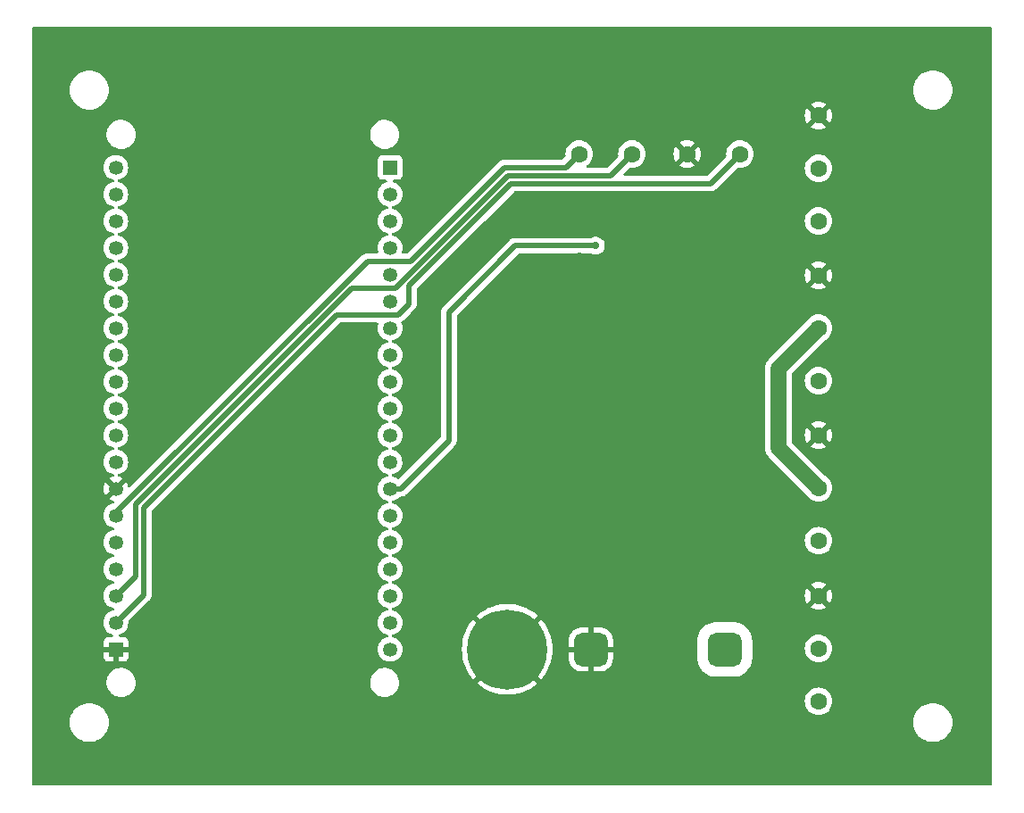
<source format=gbr>
%TF.GenerationSoftware,KiCad,Pcbnew,7.0.8*%
%TF.CreationDate,2023-11-13T13:57:56+01:00*%
%TF.ProjectId,sdi12-esphome,73646931-322d-4657-9370-686f6d652e6b,rev?*%
%TF.SameCoordinates,Original*%
%TF.FileFunction,Copper,L2,Bot*%
%TF.FilePolarity,Positive*%
%FSLAX46Y46*%
G04 Gerber Fmt 4.6, Leading zero omitted, Abs format (unit mm)*
G04 Created by KiCad (PCBNEW 7.0.8) date 2023-11-13 13:57:56*
%MOMM*%
%LPD*%
G01*
G04 APERTURE LIST*
G04 Aperture macros list*
%AMRoundRect*
0 Rectangle with rounded corners*
0 $1 Rounding radius*
0 $2 $3 $4 $5 $6 $7 $8 $9 X,Y pos of 4 corners*
0 Add a 4 corners polygon primitive as box body*
4,1,4,$2,$3,$4,$5,$6,$7,$8,$9,$2,$3,0*
0 Add four circle primitives for the rounded corners*
1,1,$1+$1,$2,$3*
1,1,$1+$1,$4,$5*
1,1,$1+$1,$6,$7*
1,1,$1+$1,$8,$9*
0 Add four rect primitives between the rounded corners*
20,1,$1+$1,$2,$3,$4,$5,0*
20,1,$1+$1,$4,$5,$6,$7,0*
20,1,$1+$1,$6,$7,$8,$9,0*
20,1,$1+$1,$8,$9,$2,$3,0*%
G04 Aperture macros list end*
%TA.AperFunction,ComponentPad*%
%ADD10R,1.350000X1.350000*%
%TD*%
%TA.AperFunction,ComponentPad*%
%ADD11C,1.350000*%
%TD*%
%TA.AperFunction,ComponentPad*%
%ADD12RoundRect,0.800000X-0.800000X-0.800000X0.800000X-0.800000X0.800000X0.800000X-0.800000X0.800000X0*%
%TD*%
%TA.AperFunction,ComponentPad*%
%ADD13C,1.600200*%
%TD*%
%TA.AperFunction,ComponentPad*%
%ADD14C,4.700000*%
%TD*%
%TA.AperFunction,ConnectorPad*%
%ADD15C,7.600000*%
%TD*%
%TA.AperFunction,ViaPad*%
%ADD16C,0.700000*%
%TD*%
%TA.AperFunction,Conductor*%
%ADD17C,0.500000*%
%TD*%
%TA.AperFunction,Conductor*%
%ADD18C,1.500000*%
%TD*%
G04 APERTURE END LIST*
D10*
%TO.P,U1,J4_1,GND_J4_1*%
%TO.N,GND*%
X47920000Y-99060000D03*
D11*
%TO.P,U1,J4_2,G23*%
%TO.N,GPIO23*%
X47920000Y-96520000D03*
%TO.P,U1,J4_3,G22*%
%TO.N,GPIO22*%
X47920000Y-93980000D03*
%TO.P,U1,J4_4,TXD*%
%TO.N,unconnected-(U1-TXD-PadJ4_4)*%
X47920000Y-91440000D03*
%TO.P,U1,J4_5,RXD*%
%TO.N,unconnected-(U1-RXD-PadJ4_5)*%
X47920000Y-88900000D03*
%TO.P,U1,J4_6,G21*%
%TO.N,GPIO21*%
X47920000Y-86360000D03*
%TO.P,U1,J4_7,GND_J4_7*%
%TO.N,GND*%
X47920000Y-83820000D03*
%TO.P,U1,J4_8,G19*%
%TO.N,unconnected-(U1-G19-PadJ4_8)*%
X47920000Y-81280000D03*
%TO.P,U1,J4_9,G18*%
%TO.N,unconnected-(U1-G18-PadJ4_9)*%
X47920000Y-78740000D03*
%TO.P,U1,J4_10,G5*%
%TO.N,unconnected-(U1-G5-PadJ4_10)*%
X47920000Y-76200000D03*
%TO.P,U1,J4_11,G17*%
%TO.N,unconnected-(U1-G17-PadJ4_11)*%
X47920000Y-73660000D03*
%TO.P,U1,J4_12,G16*%
%TO.N,unconnected-(U1-G16-PadJ4_12)*%
X47920000Y-71120000D03*
%TO.P,U1,J4_13,G4*%
%TO.N,unconnected-(U1-G4-PadJ4_13)*%
X47920000Y-68580000D03*
%TO.P,U1,J4_14,G0*%
%TO.N,unconnected-(U1-G0-PadJ4_14)*%
X47920000Y-66040000D03*
%TO.P,U1,J4_15,G2*%
%TO.N,unconnected-(U1-G2-PadJ4_15)*%
X47920000Y-63500000D03*
%TO.P,U1,J4_16,G15*%
%TO.N,unconnected-(U1-G15-PadJ4_16)*%
X47920000Y-60960000D03*
%TO.P,U1,J4_17,SD1*%
%TO.N,unconnected-(U1-SD1-PadJ4_17)*%
X47920000Y-58420000D03*
%TO.P,U1,J4_18,SD0*%
%TO.N,unconnected-(U1-SD0-PadJ4_18)*%
X47920000Y-55880000D03*
%TO.P,U1,J4_19,CLK*%
%TO.N,unconnected-(U1-CLK-PadJ4_19)*%
X47920000Y-53340000D03*
D10*
%TO.P,U1,J5_1,5V*%
%TO.N,+5V*%
X73920000Y-53340000D03*
D11*
%TO.P,U1,J5_2,CMD*%
%TO.N,unconnected-(U1-CMD-PadJ5_2)*%
X73920000Y-55880000D03*
%TO.P,U1,J5_3,SD3*%
%TO.N,unconnected-(U1-SD3-PadJ5_3)*%
X73920000Y-58420000D03*
%TO.P,U1,J5_4,SD2*%
%TO.N,unconnected-(U1-SD2-PadJ5_4)*%
X73920000Y-60960000D03*
%TO.P,U1,J5_5,G13*%
%TO.N,unconnected-(U1-G13-PadJ5_5)*%
X73920000Y-63500000D03*
%TO.P,U1,J5_6,GND_J5_6*%
%TO.N,GND*%
X73920000Y-66040000D03*
%TO.P,U1,J5_7,G12*%
%TO.N,unconnected-(U1-G12-PadJ5_7)*%
X73920000Y-68580000D03*
%TO.P,U1,J5_8,G14*%
%TO.N,unconnected-(U1-G14-PadJ5_8)*%
X73920000Y-71120000D03*
%TO.P,U1,J5_9,G27*%
%TO.N,OE*%
X73920000Y-73660000D03*
%TO.P,U1,J5_10,G26*%
%TO.N,TXD*%
X73920000Y-76200000D03*
%TO.P,U1,J5_11,G25*%
%TO.N,RXD*%
X73920000Y-78740000D03*
%TO.P,U1,J5_12,G33*%
%TO.N,unconnected-(U1-G33-PadJ5_12)*%
X73920000Y-81280000D03*
%TO.P,U1,J5_13,G32*%
%TO.N,VCC Enable*%
X73920000Y-83820000D03*
%TO.P,U1,J5_14,G35*%
%TO.N,unconnected-(U1-G35-PadJ5_14)*%
X73920000Y-86360000D03*
%TO.P,U1,J5_15,G34*%
%TO.N,unconnected-(U1-G34-PadJ5_15)*%
X73920000Y-88900000D03*
%TO.P,U1,J5_16,SN*%
%TO.N,unconnected-(U1-SN-PadJ5_16)*%
X73920000Y-91440000D03*
%TO.P,U1,J5_17,SP*%
%TO.N,unconnected-(U1-SP-PadJ5_17)*%
X73920000Y-93980000D03*
%TO.P,U1,J5_18,EN*%
%TO.N,unconnected-(U1-EN-PadJ5_18)*%
X73920000Y-96520000D03*
%TO.P,U1,J5_19,3V3*%
%TO.N,+3V3*%
X73920000Y-99060000D03*
%TD*%
D12*
%TO.P,GD1,1*%
%TO.N,GND*%
X92970000Y-99060000D03*
%TO.P,GD1,3*%
%TO.N,SDI12_Bus*%
X105670000Y-99060000D03*
%TD*%
D13*
%TO.P,J1,1,Pin_1*%
%TO.N,+12V*%
X114560000Y-58420000D03*
%TO.P,J1,2,Pin_2*%
%TO.N,SDI12_Bus*%
X114560000Y-53420000D03*
%TO.P,J1,3,Pin_3*%
%TO.N,GND*%
X114560000Y-48420000D03*
%TD*%
%TO.P,J4,1,Pin_1*%
%TO.N,+12V*%
X114560000Y-103980000D03*
%TO.P,J4,2,Pin_2*%
%TO.N,SDI12_Bus*%
X114560000Y-98980000D03*
%TO.P,J4,3,Pin_3*%
%TO.N,GND*%
X114560000Y-93980000D03*
%TD*%
%TO.P,J6,1,Pin_1*%
%TO.N,GPIO23*%
X107108000Y-52070000D03*
%TO.P,J6,2,Pin_2*%
%TO.N,GND*%
X102108000Y-52070000D03*
%TD*%
D14*
%TO.P,J0,1,Pin_1*%
%TO.N,GND*%
X85050000Y-99060000D03*
D15*
X85050000Y-99060000D03*
%TD*%
D13*
%TO.P,J3,1,Pin_1*%
%TO.N,+12V*%
X114560000Y-88740000D03*
%TO.P,J3,2,Pin_2*%
%TO.N,SDI12_Bus*%
X114560000Y-83740000D03*
%TO.P,J3,3,Pin_3*%
%TO.N,GND*%
X114560000Y-78740000D03*
%TD*%
%TO.P,J2,1,Pin_1*%
%TO.N,+12V*%
X114560000Y-73580000D03*
%TO.P,J2,2,Pin_2*%
%TO.N,SDI12_Bus*%
X114560000Y-68580000D03*
%TO.P,J2,3,Pin_3*%
%TO.N,GND*%
X114560000Y-63580000D03*
%TD*%
%TO.P,J5,1,Pin_1*%
%TO.N,GPIO22*%
X96868000Y-52070000D03*
%TO.P,J5,2,Pin_2*%
%TO.N,GPIO21*%
X91868000Y-52070000D03*
%TD*%
D16*
%TO.N,GND*%
X79756000Y-64262000D03*
X101092000Y-88646000D03*
X109728000Y-97282000D03*
X129000000Y-106000000D03*
X91916000Y-61788000D03*
X45400000Y-42500000D03*
X104870000Y-66675000D03*
X75660000Y-60706000D03*
X71882000Y-53340000D03*
X125500000Y-42500000D03*
X50038000Y-53340000D03*
X99282000Y-66675000D03*
X42000000Y-110000000D03*
X100838000Y-70358000D03*
X97295399Y-88657359D03*
X82831416Y-67538450D03*
X107410000Y-81600000D03*
X129000000Y-110000000D03*
X125500000Y-110000000D03*
X95152000Y-66040000D03*
X105632000Y-63058000D03*
X100838000Y-67056000D03*
X89630000Y-66360000D03*
X79759110Y-80925644D03*
X83312000Y-84328000D03*
X100838000Y-68580000D03*
X103346000Y-63058000D03*
X95726000Y-60772000D03*
X88106000Y-77282000D03*
X84213382Y-58231030D03*
X108458000Y-70358000D03*
X45400000Y-110000000D03*
X82296000Y-60960000D03*
X95152000Y-68580000D03*
X42000000Y-46000000D03*
X93882000Y-68580000D03*
X85566000Y-77282000D03*
X80518000Y-84328000D03*
X103604000Y-83312000D03*
X79502000Y-91186000D03*
X96012000Y-70104000D03*
X88868000Y-81092000D03*
X75438000Y-95504000D03*
X129000000Y-46000000D03*
X86582000Y-66360000D03*
X105410000Y-89662000D03*
X42000000Y-42500000D03*
X99314000Y-70358000D03*
X88107661Y-66918706D03*
X104870000Y-70358000D03*
X102362000Y-67056000D03*
X103600000Y-81600000D03*
X75438000Y-72390000D03*
X92612000Y-68580000D03*
X75406000Y-81092000D03*
X102362000Y-70358000D03*
X81600109Y-82210285D03*
X81756000Y-72964000D03*
X129000000Y-42500000D03*
X91186000Y-70104000D03*
X42000000Y-106000000D03*
%TO.N,VCC Enable*%
X93440000Y-60772000D03*
%TD*%
D17*
%TO.N,VCC Enable*%
X73920000Y-83820000D02*
X74930000Y-83820000D01*
X74930000Y-83820000D02*
X79502000Y-79248000D01*
X79502000Y-79248000D02*
X79502000Y-67056000D01*
X79502000Y-67056000D02*
X85786000Y-60772000D01*
X85786000Y-60772000D02*
X93440000Y-60772000D01*
%TO.N,GPIO23*%
X107108000Y-52070000D02*
X104322000Y-54856000D01*
X85402318Y-54856000D02*
X75692000Y-64566318D01*
X104322000Y-54856000D02*
X85402318Y-54856000D01*
X75692000Y-64566318D02*
X75692000Y-66294000D01*
X75692000Y-66294000D02*
X74676000Y-67310000D01*
X74676000Y-67310000D02*
X68834000Y-67310000D01*
X68834000Y-67310000D02*
X50538000Y-85606000D01*
X50538000Y-85606000D02*
X50538000Y-93902000D01*
X50538000Y-93902000D02*
X47920000Y-96520000D01*
%TO.N,GPIO21*%
X91868000Y-52070000D02*
X90590000Y-53348000D01*
X75895682Y-62230000D02*
X71779582Y-62230000D01*
X90590000Y-53348000D02*
X84777682Y-53348000D01*
X84777682Y-53348000D02*
X75895682Y-62230000D01*
X71779582Y-62230000D02*
X47920000Y-86089582D01*
X47920000Y-86089582D02*
X47920000Y-86360000D01*
%TO.N,GPIO22*%
X96868000Y-52070000D02*
X94836000Y-54102000D01*
X94836000Y-54102000D02*
X85090000Y-54102000D01*
X85090000Y-54102000D02*
X74422000Y-64770000D01*
X49784000Y-92116000D02*
X47920000Y-93980000D01*
X74422000Y-64770000D02*
X70305900Y-64770000D01*
X70305900Y-64770000D02*
X49784000Y-85291900D01*
X49784000Y-85291900D02*
X49784000Y-92116000D01*
D18*
%TO.N,SDI12_Bus*%
X114560000Y-68580000D02*
X114554000Y-68580000D01*
X110744000Y-72390000D02*
X110744000Y-79924000D01*
X110744000Y-79924000D02*
X114560000Y-83740000D01*
X114554000Y-68580000D02*
X110744000Y-72390000D01*
%TD*%
%TA.AperFunction,Conductor*%
%TO.N,GND*%
G36*
X130897030Y-40019685D02*
G01*
X130917672Y-40036319D01*
X130933633Y-40052280D01*
X130938601Y-40057887D01*
X130973610Y-40102572D01*
X130999460Y-40167482D01*
X131000000Y-40179045D01*
X131000000Y-111820953D01*
X130980315Y-111887992D01*
X130973610Y-111897427D01*
X130938602Y-111942110D01*
X130933635Y-111947717D01*
X130925655Y-111955697D01*
X130917673Y-111963679D01*
X130856354Y-111997165D01*
X130829991Y-112000000D01*
X40124000Y-112000000D01*
X40056961Y-111980315D01*
X40011206Y-111927511D01*
X40000000Y-111876000D01*
X40000000Y-106000001D01*
X43544773Y-106000001D01*
X43563657Y-106264027D01*
X43563658Y-106264034D01*
X43619921Y-106522673D01*
X43712426Y-106770690D01*
X43712428Y-106770694D01*
X43839280Y-107003005D01*
X43839285Y-107003013D01*
X43997906Y-107214907D01*
X43997922Y-107214925D01*
X44185074Y-107402077D01*
X44185092Y-107402093D01*
X44396986Y-107560714D01*
X44396994Y-107560719D01*
X44629305Y-107687571D01*
X44629309Y-107687573D01*
X44629311Y-107687574D01*
X44877322Y-107780077D01*
X44877325Y-107780077D01*
X44877326Y-107780078D01*
X45072552Y-107822546D01*
X45135974Y-107836343D01*
X45379660Y-107853772D01*
X45399999Y-107855227D01*
X45400000Y-107855227D01*
X45400001Y-107855227D01*
X45418885Y-107853876D01*
X45664026Y-107836343D01*
X45922678Y-107780077D01*
X46170689Y-107687574D01*
X46403011Y-107560716D01*
X46614915Y-107402087D01*
X46802087Y-107214915D01*
X46960716Y-107003011D01*
X47087574Y-106770689D01*
X47180077Y-106522678D01*
X47236343Y-106264026D01*
X47255227Y-106000001D01*
X123544773Y-106000001D01*
X123563657Y-106264027D01*
X123563658Y-106264034D01*
X123619921Y-106522673D01*
X123712426Y-106770690D01*
X123712428Y-106770694D01*
X123839280Y-107003005D01*
X123839285Y-107003013D01*
X123997906Y-107214907D01*
X123997922Y-107214925D01*
X124185074Y-107402077D01*
X124185092Y-107402093D01*
X124396986Y-107560714D01*
X124396994Y-107560719D01*
X124629305Y-107687571D01*
X124629309Y-107687573D01*
X124629311Y-107687574D01*
X124877322Y-107780077D01*
X124877325Y-107780077D01*
X124877326Y-107780078D01*
X125072552Y-107822546D01*
X125135974Y-107836343D01*
X125379660Y-107853772D01*
X125399999Y-107855227D01*
X125400000Y-107855227D01*
X125400001Y-107855227D01*
X125418885Y-107853876D01*
X125664026Y-107836343D01*
X125922678Y-107780077D01*
X126170689Y-107687574D01*
X126403011Y-107560716D01*
X126614915Y-107402087D01*
X126802087Y-107214915D01*
X126960716Y-107003011D01*
X127087574Y-106770689D01*
X127180077Y-106522678D01*
X127236343Y-106264026D01*
X127255227Y-106000000D01*
X127236343Y-105735974D01*
X127180077Y-105477322D01*
X127087574Y-105229311D01*
X126960716Y-104996989D01*
X126948093Y-104980126D01*
X126802093Y-104785092D01*
X126802077Y-104785074D01*
X126614925Y-104597922D01*
X126614907Y-104597906D01*
X126403013Y-104439285D01*
X126403005Y-104439280D01*
X126170694Y-104312428D01*
X126170690Y-104312426D01*
X125922673Y-104219921D01*
X125664034Y-104163658D01*
X125664027Y-104163657D01*
X125400001Y-104144773D01*
X125399999Y-104144773D01*
X125135972Y-104163657D01*
X125135965Y-104163658D01*
X124877326Y-104219921D01*
X124629309Y-104312426D01*
X124629305Y-104312428D01*
X124396994Y-104439280D01*
X124396986Y-104439285D01*
X124185092Y-104597906D01*
X124185074Y-104597922D01*
X123997922Y-104785074D01*
X123997906Y-104785092D01*
X123839285Y-104996986D01*
X123839280Y-104996994D01*
X123712428Y-105229305D01*
X123712426Y-105229309D01*
X123619921Y-105477326D01*
X123563658Y-105735965D01*
X123563657Y-105735972D01*
X123544773Y-105999998D01*
X123544773Y-106000001D01*
X47255227Y-106000001D01*
X47255227Y-106000000D01*
X47236343Y-105735974D01*
X47180077Y-105477322D01*
X47087574Y-105229311D01*
X46960716Y-104996989D01*
X46948093Y-104980126D01*
X46802093Y-104785092D01*
X46802077Y-104785074D01*
X46614925Y-104597922D01*
X46614907Y-104597906D01*
X46403013Y-104439285D01*
X46403005Y-104439280D01*
X46170694Y-104312428D01*
X46170690Y-104312426D01*
X45922673Y-104219921D01*
X45664034Y-104163658D01*
X45664027Y-104163657D01*
X45400001Y-104144773D01*
X45399999Y-104144773D01*
X45135972Y-104163657D01*
X45135965Y-104163658D01*
X44877326Y-104219921D01*
X44629309Y-104312426D01*
X44629305Y-104312428D01*
X44396994Y-104439280D01*
X44396986Y-104439285D01*
X44185092Y-104597906D01*
X44185074Y-104597922D01*
X43997922Y-104785074D01*
X43997906Y-104785092D01*
X43839285Y-104996986D01*
X43839280Y-104996994D01*
X43712428Y-105229305D01*
X43712426Y-105229309D01*
X43619921Y-105477326D01*
X43563658Y-105735965D01*
X43563657Y-105735972D01*
X43544773Y-105999998D01*
X43544773Y-106000001D01*
X40000000Y-106000001D01*
X40000000Y-103980000D01*
X113254432Y-103980000D01*
X113274266Y-104206705D01*
X113274268Y-104206715D01*
X113333164Y-104426523D01*
X113333166Y-104426527D01*
X113333167Y-104426531D01*
X113381256Y-104529657D01*
X113429344Y-104632783D01*
X113429345Y-104632785D01*
X113559873Y-104819198D01*
X113559878Y-104819204D01*
X113720795Y-104980121D01*
X113720801Y-104980126D01*
X113907214Y-105110654D01*
X113907216Y-105110655D01*
X114113469Y-105206833D01*
X114333290Y-105265733D01*
X114514658Y-105281601D01*
X114559999Y-105285568D01*
X114560000Y-105285568D01*
X114560001Y-105285568D01*
X114597785Y-105282262D01*
X114786710Y-105265733D01*
X115006531Y-105206833D01*
X115212784Y-105110655D01*
X115399203Y-104980123D01*
X115560123Y-104819203D01*
X115690655Y-104632784D01*
X115786833Y-104426531D01*
X115845733Y-104206710D01*
X115865568Y-103980000D01*
X115845733Y-103753290D01*
X115786833Y-103533469D01*
X115690655Y-103327216D01*
X115686343Y-103321058D01*
X115560126Y-103140801D01*
X115560121Y-103140795D01*
X115399204Y-102979878D01*
X115399198Y-102979873D01*
X115212785Y-102849345D01*
X115212783Y-102849344D01*
X115081515Y-102788133D01*
X115006531Y-102753167D01*
X115006527Y-102753166D01*
X115006523Y-102753164D01*
X114786715Y-102694268D01*
X114786705Y-102694266D01*
X114560001Y-102674432D01*
X114559999Y-102674432D01*
X114333294Y-102694266D01*
X114333284Y-102694268D01*
X114113476Y-102753164D01*
X114113467Y-102753168D01*
X113907216Y-102849344D01*
X113907214Y-102849345D01*
X113720801Y-102979873D01*
X113720795Y-102979878D01*
X113559878Y-103140795D01*
X113559873Y-103140801D01*
X113429345Y-103327214D01*
X113429344Y-103327216D01*
X113333168Y-103533467D01*
X113333164Y-103533476D01*
X113274268Y-103753284D01*
X113274266Y-103753294D01*
X113254432Y-103979999D01*
X113254432Y-103980000D01*
X40000000Y-103980000D01*
X40000000Y-102141411D01*
X47040771Y-102141411D01*
X47050707Y-102375341D01*
X47050707Y-102375342D01*
X47100038Y-102604236D01*
X47187338Y-102821490D01*
X47310103Y-103020875D01*
X47464793Y-103196637D01*
X47464797Y-103196641D01*
X47618884Y-103321057D01*
X47646969Y-103343734D01*
X47646969Y-103343735D01*
X47851377Y-103457924D01*
X47851381Y-103457926D01*
X48072151Y-103535929D01*
X48200929Y-103558010D01*
X48302919Y-103575499D01*
X48302928Y-103575500D01*
X48478433Y-103575500D01*
X48653296Y-103560617D01*
X48653299Y-103560616D01*
X48653301Y-103560616D01*
X48879890Y-103501617D01*
X49010242Y-103442693D01*
X49093244Y-103405175D01*
X49093245Y-103405173D01*
X49093250Y-103405172D01*
X49287241Y-103274057D01*
X49456283Y-103112044D01*
X49595513Y-102923792D01*
X49700926Y-102714718D01*
X49769489Y-102490837D01*
X49799229Y-102258589D01*
X49794252Y-102141411D01*
X72040771Y-102141411D01*
X72050707Y-102375341D01*
X72050707Y-102375342D01*
X72100038Y-102604236D01*
X72187338Y-102821490D01*
X72310103Y-103020875D01*
X72464793Y-103196637D01*
X72464797Y-103196641D01*
X72618884Y-103321057D01*
X72646969Y-103343734D01*
X72646969Y-103343735D01*
X72851377Y-103457924D01*
X72851381Y-103457926D01*
X73072151Y-103535929D01*
X73200929Y-103558010D01*
X73302919Y-103575499D01*
X73302928Y-103575500D01*
X73478433Y-103575500D01*
X73653296Y-103560617D01*
X73653299Y-103560616D01*
X73653301Y-103560616D01*
X73879890Y-103501617D01*
X74010242Y-103442693D01*
X74093244Y-103405175D01*
X74093245Y-103405173D01*
X74093250Y-103405172D01*
X74287241Y-103274057D01*
X74456283Y-103112044D01*
X74595513Y-102923792D01*
X74700926Y-102714718D01*
X74769489Y-102490837D01*
X74799229Y-102258589D01*
X74789292Y-102024655D01*
X74739962Y-101795766D01*
X74652660Y-101578506D01*
X74581566Y-101463043D01*
X74529896Y-101379124D01*
X74375206Y-101203362D01*
X74375205Y-101203361D01*
X74375203Y-101203359D01*
X74193030Y-101056265D01*
X74193030Y-101056264D01*
X73988622Y-100942075D01*
X73767852Y-100864072D01*
X73767851Y-100864071D01*
X73767849Y-100864071D01*
X73767845Y-100864070D01*
X73767844Y-100864070D01*
X73537080Y-100824500D01*
X73537072Y-100824500D01*
X73361572Y-100824500D01*
X73361567Y-100824500D01*
X73186703Y-100839382D01*
X72960110Y-100898382D01*
X72746755Y-100994824D01*
X72746747Y-100994829D01*
X72552768Y-101125935D01*
X72552759Y-101125943D01*
X72383721Y-101287951D01*
X72244485Y-101476210D01*
X72139074Y-101685280D01*
X72070510Y-101909166D01*
X72040771Y-102141411D01*
X49794252Y-102141411D01*
X49789292Y-102024655D01*
X49739962Y-101795766D01*
X49652660Y-101578506D01*
X49581566Y-101463043D01*
X49529896Y-101379124D01*
X49375206Y-101203362D01*
X49375205Y-101203361D01*
X49375203Y-101203359D01*
X49193030Y-101056265D01*
X49193030Y-101056264D01*
X48988622Y-100942075D01*
X48767852Y-100864072D01*
X48767851Y-100864071D01*
X48767849Y-100864071D01*
X48767845Y-100864070D01*
X48767844Y-100864070D01*
X48537080Y-100824500D01*
X48537072Y-100824500D01*
X48361572Y-100824500D01*
X48361567Y-100824500D01*
X48186703Y-100839382D01*
X47960110Y-100898382D01*
X47746755Y-100994824D01*
X47746747Y-100994829D01*
X47552768Y-101125935D01*
X47552759Y-101125943D01*
X47383721Y-101287951D01*
X47244485Y-101476210D01*
X47139074Y-101685280D01*
X47070510Y-101909166D01*
X47040771Y-102141411D01*
X40000000Y-102141411D01*
X40000000Y-96520000D01*
X46739464Y-96520000D01*
X46759564Y-96736918D01*
X46819184Y-96946462D01*
X46889355Y-97087383D01*
X46916288Y-97141472D01*
X47047573Y-97315322D01*
X47208568Y-97462088D01*
X47208575Y-97462092D01*
X47208576Y-97462093D01*
X47393786Y-97576770D01*
X47393792Y-97576773D01*
X47425565Y-97589082D01*
X47570872Y-97645374D01*
X47626271Y-97687946D01*
X47649862Y-97753713D01*
X47634151Y-97821793D01*
X47584127Y-97870572D01*
X47526076Y-97885000D01*
X47197155Y-97885000D01*
X47137627Y-97891401D01*
X47137620Y-97891403D01*
X47002913Y-97941645D01*
X47002906Y-97941649D01*
X46887812Y-98027809D01*
X46887809Y-98027812D01*
X46801649Y-98142906D01*
X46801645Y-98142913D01*
X46751403Y-98277620D01*
X46751401Y-98277627D01*
X46745000Y-98337155D01*
X46745000Y-98810000D01*
X47544722Y-98810000D01*
X47496375Y-98893740D01*
X47466190Y-99025992D01*
X47476327Y-99161265D01*
X47525887Y-99287541D01*
X47543797Y-99310000D01*
X46745000Y-99310000D01*
X46745000Y-99782844D01*
X46751401Y-99842372D01*
X46751403Y-99842379D01*
X46801645Y-99977086D01*
X46801649Y-99977093D01*
X46887809Y-100092187D01*
X46887812Y-100092190D01*
X47002906Y-100178350D01*
X47002913Y-100178354D01*
X47137620Y-100228596D01*
X47137627Y-100228598D01*
X47197155Y-100234999D01*
X47197172Y-100235000D01*
X47670000Y-100235000D01*
X47670000Y-99434189D01*
X47722547Y-99470016D01*
X47852173Y-99510000D01*
X47953724Y-99510000D01*
X48054138Y-99494865D01*
X48170000Y-99439068D01*
X48170000Y-100235000D01*
X48642828Y-100235000D01*
X48642844Y-100234999D01*
X48702372Y-100228598D01*
X48702379Y-100228596D01*
X48837086Y-100178354D01*
X48837093Y-100178350D01*
X48952187Y-100092190D01*
X48952190Y-100092187D01*
X49038350Y-99977093D01*
X49038354Y-99977086D01*
X49088596Y-99842379D01*
X49088598Y-99842372D01*
X49094999Y-99782844D01*
X49095000Y-99782827D01*
X49095000Y-99310000D01*
X48295278Y-99310000D01*
X48343625Y-99226260D01*
X48373810Y-99094008D01*
X48363673Y-98958735D01*
X48314113Y-98832459D01*
X48296203Y-98810000D01*
X49095000Y-98810000D01*
X49095000Y-98337172D01*
X49094999Y-98337155D01*
X49088598Y-98277627D01*
X49088596Y-98277620D01*
X49038354Y-98142913D01*
X49038350Y-98142906D01*
X48952190Y-98027812D01*
X48952187Y-98027809D01*
X48837093Y-97941649D01*
X48837086Y-97941645D01*
X48702379Y-97891403D01*
X48702372Y-97891401D01*
X48642844Y-97885000D01*
X48313924Y-97885000D01*
X48246885Y-97865315D01*
X48201130Y-97812511D01*
X48191186Y-97743353D01*
X48220211Y-97679797D01*
X48269127Y-97645374D01*
X48446210Y-97576772D01*
X48631432Y-97462088D01*
X48792427Y-97315322D01*
X48923712Y-97141472D01*
X49020817Y-96946459D01*
X49080435Y-96736923D01*
X49100536Y-96520000D01*
X49095800Y-96468897D01*
X49109214Y-96400329D01*
X49131587Y-96369778D01*
X51023638Y-94477727D01*
X51037267Y-94465950D01*
X51056530Y-94451610D01*
X51056532Y-94451606D01*
X51056534Y-94451606D01*
X51077724Y-94426351D01*
X51090113Y-94411585D01*
X51093767Y-94407599D01*
X51099589Y-94401778D01*
X51119928Y-94376054D01*
X51136549Y-94356246D01*
X51169302Y-94317214D01*
X51169304Y-94317209D01*
X51173272Y-94311179D01*
X51173323Y-94311212D01*
X51177372Y-94304856D01*
X51177320Y-94304824D01*
X51181112Y-94298675D01*
X51213575Y-94229058D01*
X51231116Y-94194128D01*
X51248040Y-94160433D01*
X51248042Y-94160421D01*
X51250509Y-94153646D01*
X51250567Y-94153667D01*
X51253043Y-94146546D01*
X51252986Y-94146527D01*
X51255255Y-94139678D01*
X51255255Y-94139676D01*
X51255257Y-94139673D01*
X51270788Y-94064449D01*
X51288500Y-93989721D01*
X51288500Y-93989718D01*
X51289339Y-93982548D01*
X51289397Y-93982554D01*
X51290164Y-93975056D01*
X51290104Y-93975051D01*
X51290733Y-93967860D01*
X51288500Y-93891103D01*
X51288500Y-85968229D01*
X51308185Y-85901190D01*
X51324819Y-85880548D01*
X69108548Y-68096819D01*
X69169871Y-68063334D01*
X69196229Y-68060500D01*
X72681453Y-68060500D01*
X72748492Y-68080185D01*
X72794247Y-68132989D01*
X72804191Y-68202147D01*
X72800719Y-68218434D01*
X72759565Y-68363074D01*
X72759564Y-68363077D01*
X72739464Y-68579999D01*
X72739464Y-68580000D01*
X72759564Y-68796918D01*
X72759564Y-68796920D01*
X72759565Y-68796923D01*
X72762350Y-68806710D01*
X72819184Y-69006462D01*
X72829178Y-69026532D01*
X72916288Y-69201472D01*
X73047573Y-69375322D01*
X73208568Y-69522088D01*
X73208575Y-69522092D01*
X73208576Y-69522093D01*
X73393786Y-69636770D01*
X73393792Y-69636773D01*
X73416664Y-69645633D01*
X73596931Y-69715470D01*
X73664558Y-69728111D01*
X73726838Y-69759779D01*
X73762111Y-69820092D01*
X73759177Y-69889900D01*
X73718968Y-69947040D01*
X73664558Y-69971888D01*
X73596931Y-69984530D01*
X73548130Y-70003435D01*
X73393792Y-70063226D01*
X73393786Y-70063229D01*
X73208576Y-70177906D01*
X73208566Y-70177913D01*
X73047574Y-70324676D01*
X72916288Y-70498527D01*
X72819184Y-70693537D01*
X72759564Y-70903081D01*
X72739464Y-71119999D01*
X72739464Y-71120000D01*
X72759564Y-71336918D01*
X72759564Y-71336920D01*
X72759565Y-71336923D01*
X72819183Y-71546459D01*
X72916288Y-71741472D01*
X73047573Y-71915322D01*
X73208568Y-72062088D01*
X73208575Y-72062092D01*
X73208576Y-72062093D01*
X73393786Y-72176770D01*
X73393792Y-72176773D01*
X73416664Y-72185633D01*
X73596931Y-72255470D01*
X73664558Y-72268111D01*
X73726838Y-72299779D01*
X73762111Y-72360092D01*
X73759177Y-72429900D01*
X73718968Y-72487040D01*
X73664558Y-72511888D01*
X73596931Y-72524530D01*
X73548130Y-72543435D01*
X73393792Y-72603226D01*
X73393786Y-72603229D01*
X73208576Y-72717906D01*
X73208566Y-72717913D01*
X73047574Y-72864676D01*
X72916288Y-73038527D01*
X72819184Y-73233537D01*
X72759564Y-73443081D01*
X72739464Y-73659999D01*
X72739464Y-73660000D01*
X72759564Y-73876918D01*
X72759564Y-73876920D01*
X72759565Y-73876923D01*
X72819183Y-74086459D01*
X72916288Y-74281472D01*
X73047573Y-74455322D01*
X73208568Y-74602088D01*
X73208575Y-74602092D01*
X73208576Y-74602093D01*
X73393786Y-74716770D01*
X73393792Y-74716773D01*
X73416664Y-74725633D01*
X73596931Y-74795470D01*
X73664558Y-74808111D01*
X73726838Y-74839779D01*
X73762111Y-74900092D01*
X73759177Y-74969900D01*
X73718968Y-75027040D01*
X73664558Y-75051888D01*
X73596931Y-75064530D01*
X73548130Y-75083435D01*
X73393792Y-75143226D01*
X73393786Y-75143229D01*
X73208576Y-75257906D01*
X73208566Y-75257913D01*
X73047574Y-75404676D01*
X72916288Y-75578527D01*
X72819184Y-75773537D01*
X72759564Y-75983081D01*
X72739464Y-76199999D01*
X72739464Y-76200000D01*
X72759564Y-76416918D01*
X72759564Y-76416920D01*
X72759565Y-76416923D01*
X72819183Y-76626459D01*
X72916288Y-76821472D01*
X73047573Y-76995322D01*
X73208568Y-77142088D01*
X73208575Y-77142092D01*
X73208576Y-77142093D01*
X73393786Y-77256770D01*
X73393792Y-77256773D01*
X73416664Y-77265633D01*
X73596931Y-77335470D01*
X73664558Y-77348111D01*
X73726838Y-77379779D01*
X73762111Y-77440092D01*
X73759177Y-77509900D01*
X73718968Y-77567040D01*
X73664558Y-77591888D01*
X73596931Y-77604530D01*
X73548130Y-77623435D01*
X73393792Y-77683226D01*
X73393786Y-77683229D01*
X73208576Y-77797906D01*
X73208566Y-77797913D01*
X73047574Y-77944676D01*
X72916288Y-78118527D01*
X72819184Y-78313537D01*
X72789374Y-78418309D01*
X72762324Y-78513382D01*
X72759564Y-78523081D01*
X72739464Y-78739999D01*
X72739464Y-78740000D01*
X72759564Y-78956918D01*
X72759564Y-78956920D01*
X72759565Y-78956923D01*
X72798440Y-79093553D01*
X72819184Y-79166462D01*
X72912898Y-79354664D01*
X72916288Y-79361472D01*
X73047573Y-79535322D01*
X73208568Y-79682088D01*
X73208575Y-79682092D01*
X73208576Y-79682093D01*
X73393786Y-79796770D01*
X73393792Y-79796773D01*
X73395953Y-79797610D01*
X73596931Y-79875470D01*
X73664558Y-79888111D01*
X73726838Y-79919779D01*
X73762111Y-79980092D01*
X73759177Y-80049900D01*
X73718968Y-80107040D01*
X73664558Y-80131888D01*
X73596931Y-80144530D01*
X73587484Y-80148190D01*
X73393792Y-80223226D01*
X73393786Y-80223229D01*
X73208576Y-80337906D01*
X73208566Y-80337913D01*
X73047574Y-80484676D01*
X72916288Y-80658527D01*
X72819184Y-80853537D01*
X72759564Y-81063081D01*
X72739464Y-81279999D01*
X72739464Y-81280000D01*
X72759564Y-81496918D01*
X72759564Y-81496920D01*
X72759565Y-81496923D01*
X72819183Y-81706459D01*
X72916288Y-81901472D01*
X73047573Y-82075322D01*
X73208568Y-82222088D01*
X73208575Y-82222092D01*
X73208576Y-82222093D01*
X73393786Y-82336770D01*
X73393792Y-82336773D01*
X73416664Y-82345633D01*
X73596931Y-82415470D01*
X73664558Y-82428111D01*
X73726838Y-82459779D01*
X73762111Y-82520092D01*
X73759177Y-82589900D01*
X73718968Y-82647040D01*
X73664558Y-82671888D01*
X73596931Y-82684530D01*
X73548130Y-82703435D01*
X73393792Y-82763226D01*
X73393786Y-82763229D01*
X73208576Y-82877906D01*
X73208566Y-82877913D01*
X73047574Y-83024676D01*
X72916288Y-83198527D01*
X72819184Y-83393537D01*
X72759564Y-83603081D01*
X72739464Y-83819999D01*
X72739464Y-83820000D01*
X72759564Y-84036918D01*
X72759564Y-84036920D01*
X72759565Y-84036923D01*
X72819134Y-84246287D01*
X72819184Y-84246462D01*
X72830905Y-84270000D01*
X72916288Y-84441472D01*
X73047573Y-84615322D01*
X73208568Y-84762088D01*
X73208575Y-84762092D01*
X73208576Y-84762093D01*
X73393786Y-84876770D01*
X73393792Y-84876773D01*
X73416664Y-84885633D01*
X73596931Y-84955470D01*
X73664558Y-84968111D01*
X73726838Y-84999779D01*
X73762111Y-85060092D01*
X73759177Y-85129900D01*
X73718968Y-85187040D01*
X73664558Y-85211888D01*
X73596931Y-85224530D01*
X73548130Y-85243435D01*
X73393792Y-85303226D01*
X73393786Y-85303229D01*
X73208576Y-85417906D01*
X73208566Y-85417913D01*
X73047574Y-85564676D01*
X72916288Y-85738527D01*
X72819184Y-85933537D01*
X72759564Y-86143081D01*
X72739464Y-86359999D01*
X72739464Y-86360000D01*
X72759564Y-86576918D01*
X72759564Y-86576920D01*
X72759565Y-86576923D01*
X72819183Y-86786459D01*
X72916288Y-86981472D01*
X73047573Y-87155322D01*
X73208568Y-87302088D01*
X73208575Y-87302092D01*
X73208576Y-87302093D01*
X73393786Y-87416770D01*
X73393792Y-87416773D01*
X73416664Y-87425633D01*
X73596931Y-87495470D01*
X73664558Y-87508111D01*
X73726838Y-87539779D01*
X73762111Y-87600092D01*
X73759177Y-87669900D01*
X73718968Y-87727040D01*
X73664558Y-87751888D01*
X73596931Y-87764530D01*
X73548130Y-87783435D01*
X73393792Y-87843226D01*
X73393786Y-87843229D01*
X73208576Y-87957906D01*
X73208566Y-87957913D01*
X73047574Y-88104676D01*
X72916288Y-88278527D01*
X72819184Y-88473537D01*
X72759564Y-88683081D01*
X72739464Y-88899999D01*
X72739464Y-88900000D01*
X72759564Y-89116918D01*
X72759564Y-89116920D01*
X72759565Y-89116923D01*
X72819183Y-89326459D01*
X72916288Y-89521472D01*
X73047573Y-89695322D01*
X73208568Y-89842088D01*
X73208575Y-89842092D01*
X73208576Y-89842093D01*
X73393786Y-89956770D01*
X73393792Y-89956773D01*
X73416664Y-89965633D01*
X73596931Y-90035470D01*
X73664558Y-90048111D01*
X73726838Y-90079779D01*
X73762111Y-90140092D01*
X73759177Y-90209900D01*
X73718968Y-90267040D01*
X73664558Y-90291888D01*
X73596931Y-90304530D01*
X73548130Y-90323435D01*
X73393792Y-90383226D01*
X73393786Y-90383229D01*
X73208576Y-90497906D01*
X73208566Y-90497913D01*
X73047574Y-90644676D01*
X72916288Y-90818527D01*
X72819184Y-91013537D01*
X72759564Y-91223081D01*
X72739464Y-91439999D01*
X72739464Y-91440000D01*
X72759564Y-91656918D01*
X72759564Y-91656920D01*
X72759565Y-91656923D01*
X72819183Y-91866459D01*
X72916288Y-92061472D01*
X73047573Y-92235322D01*
X73208568Y-92382088D01*
X73208575Y-92382092D01*
X73208576Y-92382093D01*
X73393786Y-92496770D01*
X73393792Y-92496773D01*
X73416664Y-92505633D01*
X73596931Y-92575470D01*
X73664558Y-92588111D01*
X73726838Y-92619779D01*
X73762111Y-92680092D01*
X73759177Y-92749900D01*
X73718968Y-92807040D01*
X73664558Y-92831888D01*
X73596931Y-92844530D01*
X73548130Y-92863435D01*
X73393792Y-92923226D01*
X73393786Y-92923229D01*
X73208576Y-93037906D01*
X73208566Y-93037913D01*
X73047574Y-93184676D01*
X72916288Y-93358527D01*
X72819184Y-93553537D01*
X72798154Y-93627450D01*
X72762324Y-93753382D01*
X72759564Y-93763081D01*
X72739464Y-93979999D01*
X72739464Y-93980000D01*
X72759564Y-94196918D01*
X72759564Y-94196920D01*
X72759565Y-94196923D01*
X72817851Y-94401777D01*
X72819184Y-94406462D01*
X72871135Y-94510793D01*
X72916288Y-94601472D01*
X73047573Y-94775322D01*
X73208568Y-94922088D01*
X73208575Y-94922092D01*
X73208576Y-94922093D01*
X73393786Y-95036770D01*
X73393792Y-95036773D01*
X73416664Y-95045633D01*
X73596931Y-95115470D01*
X73664558Y-95128111D01*
X73726838Y-95159779D01*
X73762111Y-95220092D01*
X73759177Y-95289900D01*
X73718968Y-95347040D01*
X73664558Y-95371888D01*
X73596931Y-95384530D01*
X73548130Y-95403435D01*
X73393792Y-95463226D01*
X73393786Y-95463229D01*
X73208576Y-95577906D01*
X73208566Y-95577913D01*
X73047574Y-95724676D01*
X72916288Y-95898527D01*
X72819184Y-96093537D01*
X72759564Y-96303081D01*
X72739464Y-96519999D01*
X72739464Y-96520000D01*
X72759564Y-96736918D01*
X72819184Y-96946462D01*
X72889355Y-97087383D01*
X72916288Y-97141472D01*
X73047573Y-97315322D01*
X73208568Y-97462088D01*
X73208575Y-97462092D01*
X73208576Y-97462093D01*
X73393786Y-97576770D01*
X73393792Y-97576773D01*
X73416664Y-97585633D01*
X73596931Y-97655470D01*
X73664558Y-97668111D01*
X73726838Y-97699779D01*
X73762111Y-97760092D01*
X73759177Y-97829900D01*
X73718968Y-97887040D01*
X73664558Y-97911888D01*
X73596931Y-97924530D01*
X73552753Y-97941645D01*
X73393792Y-98003226D01*
X73393786Y-98003229D01*
X73208576Y-98117906D01*
X73208566Y-98117913D01*
X73047574Y-98264676D01*
X72916288Y-98438527D01*
X72819184Y-98633537D01*
X72759564Y-98843081D01*
X72739464Y-99059999D01*
X72739464Y-99060000D01*
X72759564Y-99276918D01*
X72759564Y-99276920D01*
X72759565Y-99276923D01*
X72804828Y-99436007D01*
X72819184Y-99486462D01*
X72825155Y-99498453D01*
X72916288Y-99681472D01*
X73039685Y-99844877D01*
X73047574Y-99855323D01*
X73068834Y-99874704D01*
X73208568Y-100002088D01*
X73208575Y-100002092D01*
X73208576Y-100002093D01*
X73393786Y-100116770D01*
X73393792Y-100116773D01*
X73416664Y-100125633D01*
X73596931Y-100195470D01*
X73811074Y-100235500D01*
X73811076Y-100235500D01*
X74028924Y-100235500D01*
X74028926Y-100235500D01*
X74243069Y-100195470D01*
X74446210Y-100116772D01*
X74631432Y-100002088D01*
X74792427Y-99855322D01*
X74923712Y-99681472D01*
X75020817Y-99486459D01*
X75080435Y-99276923D01*
X75100536Y-99060000D01*
X80745124Y-99060000D01*
X80764617Y-99469208D01*
X80822919Y-99874704D01*
X80919502Y-100272825D01*
X80919505Y-100272836D01*
X81053487Y-100659953D01*
X81053494Y-100659971D01*
X81223670Y-101032600D01*
X81223678Y-101032616D01*
X81428511Y-101387398D01*
X81428517Y-101387406D01*
X81666138Y-101721097D01*
X81837540Y-101918905D01*
X81837541Y-101918906D01*
X83363104Y-100393342D01*
X83475031Y-100530918D01*
X83689990Y-100731676D01*
X83714543Y-100749007D01*
X82189563Y-102273987D01*
X82230896Y-102313398D01*
X82230905Y-102313407D01*
X82552938Y-102566655D01*
X82897565Y-102788133D01*
X83261694Y-102975854D01*
X83261698Y-102975856D01*
X83642011Y-103128110D01*
X83642023Y-103128114D01*
X84035078Y-103243525D01*
X84437341Y-103321057D01*
X84437348Y-103321058D01*
X84845173Y-103360000D01*
X85254827Y-103360000D01*
X85662651Y-103321058D01*
X85662658Y-103321057D01*
X86064921Y-103243525D01*
X86457976Y-103128114D01*
X86457988Y-103128110D01*
X86838301Y-102975856D01*
X86838305Y-102975854D01*
X87202434Y-102788133D01*
X87547061Y-102566655D01*
X87869098Y-102313403D01*
X87910434Y-102273987D01*
X86385455Y-100749008D01*
X86410010Y-100731676D01*
X86624969Y-100530918D01*
X86736895Y-100393342D01*
X88262459Y-101918906D01*
X88433859Y-101721099D01*
X88433870Y-101721086D01*
X88671482Y-101387406D01*
X88671488Y-101387398D01*
X88876321Y-101032616D01*
X88876329Y-101032600D01*
X89046505Y-100659971D01*
X89046512Y-100659953D01*
X89180494Y-100272836D01*
X89180497Y-100272825D01*
X89277080Y-99874704D01*
X89335382Y-99469208D01*
X89354875Y-99060000D01*
X89342966Y-98810000D01*
X90870000Y-98810000D01*
X92209917Y-98810000D01*
X92185123Y-98880857D01*
X92164938Y-99060000D01*
X92185123Y-99239143D01*
X92209917Y-99310000D01*
X90870001Y-99310000D01*
X90870001Y-99916762D01*
X90884859Y-100086604D01*
X90884859Y-100086607D01*
X90943730Y-100306317D01*
X90943734Y-100306326D01*
X91039865Y-100512482D01*
X91170342Y-100698820D01*
X91331179Y-100859657D01*
X91517517Y-100990134D01*
X91723673Y-101086265D01*
X91723682Y-101086269D01*
X91943389Y-101145139D01*
X91943400Y-101145141D01*
X92113236Y-101160000D01*
X92113237Y-101160000D01*
X92719999Y-101159999D01*
X92720000Y-101159998D01*
X92720000Y-99820083D01*
X92790857Y-99844877D01*
X92925074Y-99860000D01*
X93014926Y-99860000D01*
X93149143Y-99844877D01*
X93220000Y-99820083D01*
X93220000Y-101159999D01*
X93826762Y-101159999D01*
X93996604Y-101145140D01*
X93996607Y-101145140D01*
X94216317Y-101086269D01*
X94216326Y-101086265D01*
X94422482Y-100990134D01*
X94608820Y-100859657D01*
X94769657Y-100698820D01*
X94900134Y-100512482D01*
X94996265Y-100306326D01*
X94996269Y-100306317D01*
X95055139Y-100086610D01*
X95055141Y-100086599D01*
X95070000Y-99916763D01*
X95070000Y-99310000D01*
X93730083Y-99310000D01*
X93754877Y-99239143D01*
X93775062Y-99060000D01*
X93754877Y-98880857D01*
X93730083Y-98810000D01*
X95069999Y-98810000D01*
X95069999Y-98203238D01*
X95067099Y-98170095D01*
X103069500Y-98170095D01*
X103069501Y-99949904D01*
X103075173Y-100050931D01*
X103075804Y-100062158D01*
X103075805Y-100062165D01*
X103125971Y-100327299D01*
X103125973Y-100327309D01*
X103215103Y-100582027D01*
X103341196Y-100820606D01*
X103341199Y-100820612D01*
X103501444Y-101037736D01*
X103692263Y-101228555D01*
X103907487Y-101387398D01*
X103909390Y-101388802D01*
X104147975Y-101514898D01*
X104402690Y-101604026D01*
X104402700Y-101604028D01*
X104535266Y-101629111D01*
X104667843Y-101654196D01*
X104780095Y-101660500D01*
X104780102Y-101660499D01*
X104780103Y-101660500D01*
X105617652Y-101660499D01*
X106559904Y-101660499D01*
X106672157Y-101654196D01*
X106937310Y-101604026D01*
X107192025Y-101514898D01*
X107430610Y-101388802D01*
X107647737Y-101228555D01*
X107838555Y-101037737D01*
X107998802Y-100820610D01*
X108124898Y-100582025D01*
X108214026Y-100327310D01*
X108264196Y-100062157D01*
X108270500Y-99949905D01*
X108270499Y-98980000D01*
X113254432Y-98980000D01*
X113274266Y-99206705D01*
X113274268Y-99206715D01*
X113333164Y-99426523D01*
X113333166Y-99426527D01*
X113333167Y-99426531D01*
X113381256Y-99529657D01*
X113429344Y-99632783D01*
X113429345Y-99632785D01*
X113559873Y-99819198D01*
X113559878Y-99819204D01*
X113720795Y-99980121D01*
X113720801Y-99980126D01*
X113907214Y-100110654D01*
X113907216Y-100110655D01*
X114113469Y-100206833D01*
X114333290Y-100265733D01*
X114514658Y-100281601D01*
X114559999Y-100285568D01*
X114560000Y-100285568D01*
X114560001Y-100285568D01*
X114597785Y-100282262D01*
X114786710Y-100265733D01*
X115006531Y-100206833D01*
X115212784Y-100110655D01*
X115399203Y-99980123D01*
X115560123Y-99819203D01*
X115690655Y-99632784D01*
X115786833Y-99426531D01*
X115845733Y-99206710D01*
X115865568Y-98980000D01*
X115845733Y-98753290D01*
X115786833Y-98533469D01*
X115690655Y-98327216D01*
X115655932Y-98277627D01*
X115560126Y-98140801D01*
X115560121Y-98140795D01*
X115399204Y-97979878D01*
X115399198Y-97979873D01*
X115212785Y-97849345D01*
X115212783Y-97849344D01*
X115091288Y-97792690D01*
X115006531Y-97753167D01*
X115006527Y-97753166D01*
X115006523Y-97753164D01*
X114786715Y-97694268D01*
X114786705Y-97694266D01*
X114560001Y-97674432D01*
X114559999Y-97674432D01*
X114333294Y-97694266D01*
X114333284Y-97694268D01*
X114113476Y-97753164D01*
X114113467Y-97753168D01*
X113907216Y-97849344D01*
X113907214Y-97849345D01*
X113720801Y-97979873D01*
X113720795Y-97979878D01*
X113559878Y-98140795D01*
X113559873Y-98140801D01*
X113429345Y-98327214D01*
X113429344Y-98327216D01*
X113333168Y-98533467D01*
X113333164Y-98533476D01*
X113274268Y-98753284D01*
X113274266Y-98753294D01*
X113254432Y-98979999D01*
X113254432Y-98980000D01*
X108270499Y-98980000D01*
X108270499Y-98170096D01*
X108264196Y-98057843D01*
X108214026Y-97792690D01*
X108124898Y-97537975D01*
X107998802Y-97299390D01*
X107838555Y-97082263D01*
X107647737Y-96891445D01*
X107647736Y-96891444D01*
X107430612Y-96731199D01*
X107430606Y-96731196D01*
X107192027Y-96605103D01*
X107192026Y-96605102D01*
X107192025Y-96605102D01*
X107111565Y-96576948D01*
X106937309Y-96515973D01*
X106937299Y-96515971D01*
X106672166Y-96465805D01*
X106672159Y-96465804D01*
X106649706Y-96464543D01*
X106559905Y-96459500D01*
X106559897Y-96459500D01*
X105722347Y-96459500D01*
X104780096Y-96459501D01*
X104688252Y-96464658D01*
X104667841Y-96465804D01*
X104667834Y-96465805D01*
X104402700Y-96515971D01*
X104402690Y-96515973D01*
X104147972Y-96605103D01*
X103909393Y-96731196D01*
X103909387Y-96731199D01*
X103692263Y-96891444D01*
X103501444Y-97082263D01*
X103341199Y-97299387D01*
X103341196Y-97299393D01*
X103215103Y-97537972D01*
X103125973Y-97792690D01*
X103125971Y-97792700D01*
X103075805Y-98057833D01*
X103075804Y-98057840D01*
X103075804Y-98057841D01*
X103075804Y-98057843D01*
X103069500Y-98170095D01*
X95067099Y-98170095D01*
X95055140Y-98033395D01*
X95055140Y-98033392D01*
X94996269Y-97813682D01*
X94996265Y-97813673D01*
X94900134Y-97607517D01*
X94769657Y-97421179D01*
X94608820Y-97260342D01*
X94422482Y-97129865D01*
X94216326Y-97033734D01*
X94216317Y-97033730D01*
X93996610Y-96974860D01*
X93996599Y-96974858D01*
X93826763Y-96960000D01*
X93220000Y-96960000D01*
X93220000Y-98299916D01*
X93149143Y-98275123D01*
X93014926Y-98260000D01*
X92925074Y-98260000D01*
X92790857Y-98275123D01*
X92720000Y-98299916D01*
X92720000Y-96960000D01*
X92719999Y-96960000D01*
X92113238Y-96960001D01*
X92113239Y-96960001D01*
X91943395Y-96974859D01*
X91943392Y-96974859D01*
X91723682Y-97033730D01*
X91723673Y-97033734D01*
X91517517Y-97129865D01*
X91331179Y-97260342D01*
X91170342Y-97421179D01*
X91039865Y-97607517D01*
X90943734Y-97813673D01*
X90943730Y-97813682D01*
X90884860Y-98033389D01*
X90884858Y-98033400D01*
X90870000Y-98203237D01*
X90870000Y-98810000D01*
X89342966Y-98810000D01*
X89335382Y-98650791D01*
X89277080Y-98245295D01*
X89180497Y-97847174D01*
X89180494Y-97847163D01*
X89046512Y-97460046D01*
X89046505Y-97460028D01*
X88876329Y-97087399D01*
X88876321Y-97087383D01*
X88671488Y-96732601D01*
X88671482Y-96732593D01*
X88433861Y-96398902D01*
X88262458Y-96201093D01*
X86736894Y-97726656D01*
X86624969Y-97589082D01*
X86410010Y-97388324D01*
X86385454Y-97370991D01*
X87910435Y-95846011D01*
X87869103Y-95806601D01*
X87869094Y-95806592D01*
X87547061Y-95553344D01*
X87202434Y-95331866D01*
X86838305Y-95144145D01*
X86838301Y-95144143D01*
X86457988Y-94991889D01*
X86457976Y-94991885D01*
X86064921Y-94876474D01*
X85662658Y-94798942D01*
X85662651Y-94798941D01*
X85254827Y-94760000D01*
X84845173Y-94760000D01*
X84437348Y-94798941D01*
X84437341Y-94798942D01*
X84035078Y-94876474D01*
X83642023Y-94991885D01*
X83642011Y-94991889D01*
X83261698Y-95144143D01*
X83261694Y-95144145D01*
X82897565Y-95331866D01*
X82552938Y-95553344D01*
X82230907Y-95806591D01*
X82230894Y-95806602D01*
X82189563Y-95846010D01*
X82189563Y-95846011D01*
X83714543Y-97370991D01*
X83689990Y-97388324D01*
X83475031Y-97589082D01*
X83363104Y-97726657D01*
X81837540Y-96201093D01*
X81837539Y-96201093D01*
X81666146Y-96398892D01*
X81666139Y-96398900D01*
X81428517Y-96732593D01*
X81428511Y-96732601D01*
X81223678Y-97087383D01*
X81223670Y-97087399D01*
X81053494Y-97460028D01*
X81053487Y-97460046D01*
X80919505Y-97847163D01*
X80919502Y-97847174D01*
X80822919Y-98245295D01*
X80764617Y-98650791D01*
X80745124Y-99060000D01*
X75100536Y-99060000D01*
X75080435Y-98843077D01*
X75020817Y-98633541D01*
X74923712Y-98438528D01*
X74792427Y-98264678D01*
X74787295Y-98260000D01*
X74656536Y-98140797D01*
X74631432Y-98117912D01*
X74631428Y-98117909D01*
X74631423Y-98117906D01*
X74446213Y-98003229D01*
X74446207Y-98003226D01*
X74361113Y-97970260D01*
X74243069Y-97924530D01*
X74175440Y-97911888D01*
X74113161Y-97880221D01*
X74077888Y-97819909D01*
X74080822Y-97750100D01*
X74121031Y-97692960D01*
X74175439Y-97668112D01*
X74243069Y-97655470D01*
X74446210Y-97576772D01*
X74631432Y-97462088D01*
X74792427Y-97315322D01*
X74923712Y-97141472D01*
X75020817Y-96946459D01*
X75080435Y-96736923D01*
X75100536Y-96520000D01*
X75080435Y-96303077D01*
X75020817Y-96093541D01*
X74923712Y-95898528D01*
X74792427Y-95724678D01*
X74631432Y-95577912D01*
X74631428Y-95577909D01*
X74631423Y-95577906D01*
X74446213Y-95463229D01*
X74446207Y-95463226D01*
X74361113Y-95430260D01*
X74243069Y-95384530D01*
X74175440Y-95371888D01*
X74113161Y-95340221D01*
X74077888Y-95279909D01*
X74080822Y-95210100D01*
X74121031Y-95152960D01*
X74175439Y-95128112D01*
X74243069Y-95115470D01*
X74446210Y-95036772D01*
X74631432Y-94922088D01*
X74792427Y-94775322D01*
X74923712Y-94601472D01*
X75020817Y-94406459D01*
X75080435Y-94196923D01*
X75100536Y-93980000D01*
X113254934Y-93980000D01*
X113274760Y-94206617D01*
X113274762Y-94206627D01*
X113333636Y-94426351D01*
X113333640Y-94426360D01*
X113429782Y-94632536D01*
X113480901Y-94705543D01*
X113480903Y-94705544D01*
X114037369Y-94149077D01*
X114040594Y-94164597D01*
X114109658Y-94297886D01*
X114212123Y-94407598D01*
X114340388Y-94485598D01*
X114393166Y-94500385D01*
X113834454Y-95059096D01*
X113907466Y-95110219D01*
X113907468Y-95110220D01*
X114113639Y-95206359D01*
X114113648Y-95206363D01*
X114333372Y-95265237D01*
X114333382Y-95265239D01*
X114559999Y-95285066D01*
X114560001Y-95285066D01*
X114786617Y-95265239D01*
X114786627Y-95265237D01*
X115006351Y-95206363D01*
X115006360Y-95206359D01*
X115212530Y-95110221D01*
X115285544Y-95059096D01*
X114728603Y-94502156D01*
X114846412Y-94450985D01*
X114962862Y-94356246D01*
X115049433Y-94233603D01*
X115080300Y-94146748D01*
X115639096Y-94705544D01*
X115690221Y-94632530D01*
X115786359Y-94426360D01*
X115786363Y-94426351D01*
X115845237Y-94206627D01*
X115845239Y-94206617D01*
X115865066Y-93980000D01*
X115865066Y-93979999D01*
X115845239Y-93753382D01*
X115845237Y-93753372D01*
X115786363Y-93533648D01*
X115786359Y-93533639D01*
X115690220Y-93327468D01*
X115690219Y-93327466D01*
X115639096Y-93254455D01*
X115639096Y-93254454D01*
X115082630Y-93810920D01*
X115079406Y-93795403D01*
X115010342Y-93662114D01*
X114907877Y-93552402D01*
X114779612Y-93474402D01*
X114726833Y-93459614D01*
X115285544Y-92900903D01*
X115285543Y-92900901D01*
X115212536Y-92849782D01*
X115006360Y-92753640D01*
X115006351Y-92753636D01*
X114786627Y-92694762D01*
X114786617Y-92694760D01*
X114560001Y-92674934D01*
X114559999Y-92674934D01*
X114333382Y-92694760D01*
X114333372Y-92694762D01*
X114113648Y-92753636D01*
X114113639Y-92753640D01*
X113907464Y-92849781D01*
X113834454Y-92900901D01*
X114391396Y-93457843D01*
X114273588Y-93509015D01*
X114157138Y-93603754D01*
X114070567Y-93726397D01*
X114039699Y-93813252D01*
X113480901Y-93254454D01*
X113429781Y-93327464D01*
X113333640Y-93533639D01*
X113333636Y-93533648D01*
X113274762Y-93753372D01*
X113274760Y-93753382D01*
X113254934Y-93979999D01*
X113254934Y-93980000D01*
X75100536Y-93980000D01*
X75080435Y-93763077D01*
X75020817Y-93553541D01*
X74923712Y-93358528D01*
X74792427Y-93184678D01*
X74631432Y-93037912D01*
X74631428Y-93037909D01*
X74631423Y-93037906D01*
X74446213Y-92923229D01*
X74446207Y-92923226D01*
X74361113Y-92890260D01*
X74243069Y-92844530D01*
X74175440Y-92831888D01*
X74113161Y-92800221D01*
X74077888Y-92739909D01*
X74080822Y-92670100D01*
X74121031Y-92612960D01*
X74175439Y-92588112D01*
X74243069Y-92575470D01*
X74446210Y-92496772D01*
X74631432Y-92382088D01*
X74792427Y-92235322D01*
X74923712Y-92061472D01*
X75020817Y-91866459D01*
X75080435Y-91656923D01*
X75100536Y-91440000D01*
X75080435Y-91223077D01*
X75020817Y-91013541D01*
X74923712Y-90818528D01*
X74792427Y-90644678D01*
X74631432Y-90497912D01*
X74631428Y-90497909D01*
X74631423Y-90497906D01*
X74446213Y-90383229D01*
X74446207Y-90383226D01*
X74361113Y-90350260D01*
X74243069Y-90304530D01*
X74175440Y-90291888D01*
X74113161Y-90260221D01*
X74077888Y-90199909D01*
X74080822Y-90130100D01*
X74121031Y-90072960D01*
X74175439Y-90048112D01*
X74243069Y-90035470D01*
X74446210Y-89956772D01*
X74631432Y-89842088D01*
X74792427Y-89695322D01*
X74923712Y-89521472D01*
X75020817Y-89326459D01*
X75080435Y-89116923D01*
X75100536Y-88900000D01*
X75085710Y-88740000D01*
X113254432Y-88740000D01*
X113274266Y-88966705D01*
X113274268Y-88966715D01*
X113333164Y-89186523D01*
X113333166Y-89186527D01*
X113333167Y-89186531D01*
X113377630Y-89281882D01*
X113429344Y-89392783D01*
X113429345Y-89392785D01*
X113559873Y-89579198D01*
X113559878Y-89579204D01*
X113720795Y-89740121D01*
X113720801Y-89740126D01*
X113907214Y-89870654D01*
X113907216Y-89870655D01*
X114113469Y-89966833D01*
X114333290Y-90025733D01*
X114514658Y-90041601D01*
X114559999Y-90045568D01*
X114560000Y-90045568D01*
X114560001Y-90045568D01*
X114597785Y-90042262D01*
X114786710Y-90025733D01*
X115006531Y-89966833D01*
X115212784Y-89870655D01*
X115399203Y-89740123D01*
X115560123Y-89579203D01*
X115690655Y-89392784D01*
X115786833Y-89186531D01*
X115845733Y-88966710D01*
X115865568Y-88740000D01*
X115845733Y-88513290D01*
X115786833Y-88293469D01*
X115690655Y-88087216D01*
X115600115Y-87957912D01*
X115560126Y-87900801D01*
X115560121Y-87900795D01*
X115399204Y-87739878D01*
X115399198Y-87739873D01*
X115212785Y-87609345D01*
X115212783Y-87609344D01*
X115063600Y-87539779D01*
X115006531Y-87513167D01*
X115006527Y-87513166D01*
X115006523Y-87513164D01*
X114786715Y-87454268D01*
X114786705Y-87454266D01*
X114560001Y-87434432D01*
X114559999Y-87434432D01*
X114333294Y-87454266D01*
X114333284Y-87454268D01*
X114113476Y-87513164D01*
X114113467Y-87513168D01*
X113907216Y-87609344D01*
X113907214Y-87609345D01*
X113720801Y-87739873D01*
X113720795Y-87739878D01*
X113559878Y-87900795D01*
X113559873Y-87900801D01*
X113429345Y-88087214D01*
X113429344Y-88087216D01*
X113333168Y-88293467D01*
X113333164Y-88293476D01*
X113274268Y-88513284D01*
X113274266Y-88513294D01*
X113254432Y-88739999D01*
X113254432Y-88740000D01*
X75085710Y-88740000D01*
X75080435Y-88683077D01*
X75020817Y-88473541D01*
X74923712Y-88278528D01*
X74792427Y-88104678D01*
X74631432Y-87957912D01*
X74631428Y-87957909D01*
X74631423Y-87957906D01*
X74446213Y-87843229D01*
X74446207Y-87843226D01*
X74361113Y-87810260D01*
X74243069Y-87764530D01*
X74175440Y-87751888D01*
X74113161Y-87720221D01*
X74077888Y-87659909D01*
X74080822Y-87590100D01*
X74121031Y-87532960D01*
X74175439Y-87508112D01*
X74243069Y-87495470D01*
X74446210Y-87416772D01*
X74631432Y-87302088D01*
X74792427Y-87155322D01*
X74923712Y-86981472D01*
X75020817Y-86786459D01*
X75080435Y-86576923D01*
X75100536Y-86360000D01*
X75080435Y-86143077D01*
X75020817Y-85933541D01*
X74923712Y-85738528D01*
X74792427Y-85564678D01*
X74631432Y-85417912D01*
X74631428Y-85417909D01*
X74631423Y-85417906D01*
X74446213Y-85303229D01*
X74446207Y-85303226D01*
X74361113Y-85270260D01*
X74243069Y-85224530D01*
X74175440Y-85211888D01*
X74113161Y-85180221D01*
X74077888Y-85119909D01*
X74080822Y-85050100D01*
X74121031Y-84992960D01*
X74175439Y-84968112D01*
X74243069Y-84955470D01*
X74446210Y-84876772D01*
X74631432Y-84762088D01*
X74792427Y-84615322D01*
X74792441Y-84615303D01*
X74793828Y-84613783D01*
X74794691Y-84613258D01*
X74796664Y-84611460D01*
X74797015Y-84611845D01*
X74853535Y-84577494D01*
X74903449Y-84574619D01*
X74908023Y-84575289D01*
X74960068Y-84570735D01*
X74965470Y-84570500D01*
X74973704Y-84570500D01*
X74973709Y-84570500D01*
X74985327Y-84569141D01*
X75006276Y-84566693D01*
X75019028Y-84565577D01*
X75082797Y-84559999D01*
X75082805Y-84559996D01*
X75089866Y-84558539D01*
X75089878Y-84558598D01*
X75097243Y-84556965D01*
X75097229Y-84556906D01*
X75104246Y-84555241D01*
X75104255Y-84555241D01*
X75176423Y-84528974D01*
X75249334Y-84504814D01*
X75249343Y-84504807D01*
X75255882Y-84501760D01*
X75255908Y-84501816D01*
X75262690Y-84498532D01*
X75262663Y-84498478D01*
X75269106Y-84495240D01*
X75269117Y-84495237D01*
X75333283Y-84453034D01*
X75398656Y-84412712D01*
X75398662Y-84412705D01*
X75404325Y-84408229D01*
X75404362Y-84408277D01*
X75410204Y-84403518D01*
X75410164Y-84403471D01*
X75415691Y-84398832D01*
X75415696Y-84398830D01*
X75468386Y-84342981D01*
X79915534Y-79895831D01*
X109488761Y-79895831D01*
X109493359Y-79964013D01*
X109493500Y-79968186D01*
X109493500Y-79980156D01*
X109497277Y-80022124D01*
X109503903Y-80120407D01*
X109503903Y-80120412D01*
X109504972Y-80124652D01*
X109508230Y-80143824D01*
X109508623Y-80148190D01*
X109534835Y-80243165D01*
X109558903Y-80338681D01*
X109560715Y-80342670D01*
X109567340Y-80360944D01*
X109568504Y-80365162D01*
X109568507Y-80365170D01*
X109611253Y-80453935D01*
X109651993Y-80543626D01*
X109651994Y-80543629D01*
X109654483Y-80547221D01*
X109664269Y-80564026D01*
X109666166Y-80567965D01*
X109666174Y-80567979D01*
X109724078Y-80647676D01*
X109780180Y-80728655D01*
X109783273Y-80731748D01*
X109795907Y-80746539D01*
X109798478Y-80750078D01*
X109798481Y-80750081D01*
X109869679Y-80818153D01*
X113400807Y-84349281D01*
X113425506Y-84384554D01*
X113429340Y-84392776D01*
X113429345Y-84392785D01*
X113559873Y-84579198D01*
X113559878Y-84579204D01*
X113720795Y-84740121D01*
X113720801Y-84740126D01*
X113907214Y-84870654D01*
X113907216Y-84870655D01*
X114113469Y-84966833D01*
X114113475Y-84966834D01*
X114113476Y-84966835D01*
X114166388Y-84981012D01*
X114333290Y-85025733D01*
X114514658Y-85041601D01*
X114559999Y-85045568D01*
X114560000Y-85045568D01*
X114560001Y-85045568D01*
X114597785Y-85042262D01*
X114786710Y-85025733D01*
X115006531Y-84966833D01*
X115212784Y-84870655D01*
X115399203Y-84740123D01*
X115560123Y-84579203D01*
X115690655Y-84392784D01*
X115786833Y-84186531D01*
X115845733Y-83966710D01*
X115865568Y-83740000D01*
X115845733Y-83513290D01*
X115786833Y-83293469D01*
X115690655Y-83087216D01*
X115646865Y-83024678D01*
X115560126Y-82900801D01*
X115560121Y-82900795D01*
X115399204Y-82739878D01*
X115399198Y-82739873D01*
X115212785Y-82609345D01*
X115212776Y-82609340D01*
X115204554Y-82605506D01*
X115169281Y-82580807D01*
X112030819Y-79442345D01*
X111997334Y-79381022D01*
X111994500Y-79354664D01*
X111994500Y-78740000D01*
X113254934Y-78740000D01*
X113274760Y-78966617D01*
X113274762Y-78966627D01*
X113333636Y-79186351D01*
X113333640Y-79186360D01*
X113429782Y-79392536D01*
X113480901Y-79465543D01*
X113480903Y-79465544D01*
X114037369Y-78909077D01*
X114040594Y-78924597D01*
X114109658Y-79057886D01*
X114212123Y-79167598D01*
X114340388Y-79245598D01*
X114393166Y-79260385D01*
X113834454Y-79819096D01*
X113907466Y-79870219D01*
X113907468Y-79870220D01*
X114113639Y-79966359D01*
X114113648Y-79966363D01*
X114333372Y-80025237D01*
X114333382Y-80025239D01*
X114559999Y-80045066D01*
X114560001Y-80045066D01*
X114786617Y-80025239D01*
X114786627Y-80025237D01*
X115006351Y-79966363D01*
X115006360Y-79966359D01*
X115212530Y-79870221D01*
X115285544Y-79819096D01*
X114728603Y-79262156D01*
X114846412Y-79210985D01*
X114962862Y-79116246D01*
X115049433Y-78993603D01*
X115080300Y-78906748D01*
X115639096Y-79465544D01*
X115690221Y-79392530D01*
X115786359Y-79186360D01*
X115786363Y-79186351D01*
X115845237Y-78966627D01*
X115845239Y-78966617D01*
X115865066Y-78740000D01*
X115865066Y-78739999D01*
X115845239Y-78513382D01*
X115845237Y-78513372D01*
X115786363Y-78293648D01*
X115786359Y-78293639D01*
X115690220Y-78087468D01*
X115690219Y-78087466D01*
X115639096Y-78014455D01*
X115639096Y-78014454D01*
X115082630Y-78570920D01*
X115079406Y-78555403D01*
X115010342Y-78422114D01*
X114907877Y-78312402D01*
X114779612Y-78234402D01*
X114726833Y-78219614D01*
X115285544Y-77660903D01*
X115285543Y-77660901D01*
X115212536Y-77609782D01*
X115006360Y-77513640D01*
X115006351Y-77513636D01*
X114786627Y-77454762D01*
X114786617Y-77454760D01*
X114560001Y-77434934D01*
X114559999Y-77434934D01*
X114333382Y-77454760D01*
X114333372Y-77454762D01*
X114113648Y-77513636D01*
X114113639Y-77513640D01*
X113907464Y-77609781D01*
X113834454Y-77660901D01*
X114391396Y-78217843D01*
X114273588Y-78269015D01*
X114157138Y-78363754D01*
X114070567Y-78486397D01*
X114039699Y-78573252D01*
X113480901Y-78014454D01*
X113429781Y-78087464D01*
X113333640Y-78293639D01*
X113333636Y-78293648D01*
X113274762Y-78513372D01*
X113274760Y-78513382D01*
X113254934Y-78739999D01*
X113254934Y-78740000D01*
X111994500Y-78740000D01*
X111994500Y-73580000D01*
X113254432Y-73580000D01*
X113274266Y-73806705D01*
X113274268Y-73806715D01*
X113333164Y-74026523D01*
X113333166Y-74026527D01*
X113333167Y-74026531D01*
X113381256Y-74129657D01*
X113429344Y-74232783D01*
X113429345Y-74232785D01*
X113559873Y-74419198D01*
X113559878Y-74419204D01*
X113720795Y-74580121D01*
X113720801Y-74580126D01*
X113907214Y-74710654D01*
X113907216Y-74710655D01*
X114113469Y-74806833D01*
X114113475Y-74806834D01*
X114113476Y-74806835D01*
X114166388Y-74821012D01*
X114333290Y-74865733D01*
X114514658Y-74881601D01*
X114559999Y-74885568D01*
X114560000Y-74885568D01*
X114560001Y-74885568D01*
X114597785Y-74882262D01*
X114786710Y-74865733D01*
X115006531Y-74806833D01*
X115212784Y-74710655D01*
X115399203Y-74580123D01*
X115560123Y-74419203D01*
X115690655Y-74232784D01*
X115786833Y-74026531D01*
X115845733Y-73806710D01*
X115865568Y-73580000D01*
X115845733Y-73353290D01*
X115786833Y-73133469D01*
X115690655Y-72927216D01*
X115646865Y-72864678D01*
X115560126Y-72740801D01*
X115560121Y-72740795D01*
X115399204Y-72579878D01*
X115399198Y-72579873D01*
X115212785Y-72449345D01*
X115212783Y-72449344D01*
X115109657Y-72401256D01*
X115006531Y-72353167D01*
X115006527Y-72353166D01*
X115006523Y-72353164D01*
X114786715Y-72294268D01*
X114786705Y-72294266D01*
X114560001Y-72274432D01*
X114559999Y-72274432D01*
X114333294Y-72294266D01*
X114333284Y-72294268D01*
X114113476Y-72353164D01*
X114113467Y-72353168D01*
X113907216Y-72449344D01*
X113907214Y-72449345D01*
X113720801Y-72579873D01*
X113720795Y-72579878D01*
X113559878Y-72740795D01*
X113559873Y-72740801D01*
X113429345Y-72927214D01*
X113429344Y-72927216D01*
X113333168Y-73133467D01*
X113333164Y-73133476D01*
X113274268Y-73353284D01*
X113274266Y-73353294D01*
X113254432Y-73579999D01*
X113254432Y-73580000D01*
X111994500Y-73580000D01*
X111994500Y-72959335D01*
X112014185Y-72892296D01*
X112030814Y-72871659D01*
X115158040Y-69744432D01*
X115193318Y-69719732D01*
X115212778Y-69710658D01*
X115212778Y-69710657D01*
X115212784Y-69710655D01*
X115399203Y-69580123D01*
X115560123Y-69419203D01*
X115690655Y-69232784D01*
X115786833Y-69026531D01*
X115845733Y-68806710D01*
X115865568Y-68580000D01*
X115845733Y-68353290D01*
X115786833Y-68133469D01*
X115690655Y-67927216D01*
X115667062Y-67893522D01*
X115560126Y-67740801D01*
X115560121Y-67740795D01*
X115399204Y-67579878D01*
X115399198Y-67579873D01*
X115212785Y-67449345D01*
X115212783Y-67449344D01*
X115107438Y-67400221D01*
X115006531Y-67353167D01*
X115006527Y-67353166D01*
X115006523Y-67353164D01*
X114786715Y-67294268D01*
X114786705Y-67294266D01*
X114560001Y-67274432D01*
X114559999Y-67274432D01*
X114333294Y-67294266D01*
X114333284Y-67294268D01*
X114113476Y-67353164D01*
X114113467Y-67353168D01*
X113907216Y-67449344D01*
X113907214Y-67449345D01*
X113720801Y-67579873D01*
X113720795Y-67579878D01*
X113559878Y-67740795D01*
X113559873Y-67740801D01*
X113429343Y-67927217D01*
X113426638Y-67931904D01*
X113425729Y-67931379D01*
X113406052Y-67959472D01*
X109911885Y-71453639D01*
X109906699Y-71458274D01*
X109876337Y-71482488D01*
X109876333Y-71482492D01*
X109831365Y-71533960D01*
X109828521Y-71537003D01*
X109820064Y-71545461D01*
X109820054Y-71545472D01*
X109793049Y-71577818D01*
X109728234Y-71652004D01*
X109728230Y-71652010D01*
X109725981Y-71655774D01*
X109714746Y-71671608D01*
X109711934Y-71674977D01*
X109711932Y-71674981D01*
X109663316Y-71760659D01*
X109635321Y-71807514D01*
X109612783Y-71845238D01*
X109611247Y-71849332D01*
X109603008Y-71866945D01*
X109600850Y-71870747D01*
X109600846Y-71870757D01*
X109568307Y-71963746D01*
X109533694Y-72055970D01*
X109533689Y-72055988D01*
X109532909Y-72060288D01*
X109527952Y-72079069D01*
X109526503Y-72083209D01*
X109526502Y-72083215D01*
X109511089Y-72180527D01*
X109493500Y-72277448D01*
X109493500Y-72281827D01*
X109491973Y-72301229D01*
X109491289Y-72305540D01*
X109493500Y-72404021D01*
X109493500Y-79850293D01*
X109493110Y-79857231D01*
X109491647Y-79870219D01*
X109488762Y-79895823D01*
X109488761Y-79895831D01*
X79915534Y-79895831D01*
X79987638Y-79823727D01*
X80001267Y-79811950D01*
X80020530Y-79797610D01*
X80020532Y-79797606D01*
X80020534Y-79797606D01*
X80038663Y-79775999D01*
X80054113Y-79757585D01*
X80057767Y-79753599D01*
X80063589Y-79747778D01*
X80083928Y-79722054D01*
X80089162Y-79715815D01*
X80133302Y-79663214D01*
X80133304Y-79663209D01*
X80137272Y-79657179D01*
X80137323Y-79657212D01*
X80141369Y-79650860D01*
X80141317Y-79650828D01*
X80145109Y-79644679D01*
X80145111Y-79644677D01*
X80177569Y-79575069D01*
X80212040Y-79506433D01*
X80212043Y-79506417D01*
X80214510Y-79499644D01*
X80214568Y-79499665D01*
X80217043Y-79492546D01*
X80216985Y-79492527D01*
X80219256Y-79485672D01*
X80234784Y-79410467D01*
X80241763Y-79381022D01*
X80252500Y-79335721D01*
X80252500Y-79335720D01*
X80253339Y-79328548D01*
X80253397Y-79328554D01*
X80254164Y-79321056D01*
X80254104Y-79321051D01*
X80254733Y-79313860D01*
X80252500Y-79237103D01*
X80252500Y-67418230D01*
X80272185Y-67351191D01*
X80288819Y-67330549D01*
X84039368Y-63580000D01*
X113254934Y-63580000D01*
X113274760Y-63806617D01*
X113274762Y-63806627D01*
X113333636Y-64026351D01*
X113333640Y-64026360D01*
X113429782Y-64232536D01*
X113480901Y-64305543D01*
X113480903Y-64305544D01*
X114037369Y-63749077D01*
X114040594Y-63764597D01*
X114109658Y-63897886D01*
X114212123Y-64007598D01*
X114340388Y-64085598D01*
X114393166Y-64100385D01*
X113834454Y-64659096D01*
X113907466Y-64710219D01*
X113907468Y-64710220D01*
X114113639Y-64806359D01*
X114113648Y-64806363D01*
X114333372Y-64865237D01*
X114333382Y-64865239D01*
X114559999Y-64885066D01*
X114560001Y-64885066D01*
X114786617Y-64865239D01*
X114786627Y-64865237D01*
X115006351Y-64806363D01*
X115006360Y-64806359D01*
X115212530Y-64710221D01*
X115285544Y-64659096D01*
X114728603Y-64102156D01*
X114846412Y-64050985D01*
X114962862Y-63956246D01*
X115049433Y-63833603D01*
X115080300Y-63746748D01*
X115639096Y-64305544D01*
X115690221Y-64232530D01*
X115786359Y-64026360D01*
X115786363Y-64026351D01*
X115845237Y-63806627D01*
X115845239Y-63806617D01*
X115865066Y-63580000D01*
X115865066Y-63579999D01*
X115845239Y-63353382D01*
X115845237Y-63353372D01*
X115786363Y-63133648D01*
X115786359Y-63133639D01*
X115690220Y-62927468D01*
X115690219Y-62927466D01*
X115639096Y-62854455D01*
X115639096Y-62854454D01*
X115082630Y-63410920D01*
X115079406Y-63395403D01*
X115010342Y-63262114D01*
X114907877Y-63152402D01*
X114779612Y-63074402D01*
X114726833Y-63059614D01*
X115285544Y-62500903D01*
X115285543Y-62500901D01*
X115212536Y-62449782D01*
X115006360Y-62353640D01*
X115006351Y-62353636D01*
X114786627Y-62294762D01*
X114786617Y-62294760D01*
X114560001Y-62274934D01*
X114559999Y-62274934D01*
X114333382Y-62294760D01*
X114333372Y-62294762D01*
X114113648Y-62353636D01*
X114113639Y-62353640D01*
X113907464Y-62449781D01*
X113834454Y-62500901D01*
X114391396Y-63057843D01*
X114273588Y-63109015D01*
X114157138Y-63203754D01*
X114070567Y-63326397D01*
X114039699Y-63413252D01*
X113480901Y-62854454D01*
X113429781Y-62927464D01*
X113333640Y-63133639D01*
X113333636Y-63133648D01*
X113274762Y-63353372D01*
X113274760Y-63353382D01*
X113254934Y-63579999D01*
X113254934Y-63580000D01*
X84039368Y-63580000D01*
X86060549Y-61558819D01*
X86121872Y-61525334D01*
X86148230Y-61522500D01*
X93008259Y-61522500D01*
X93058693Y-61533219D01*
X93175733Y-61585329D01*
X93350609Y-61622500D01*
X93350610Y-61622500D01*
X93529389Y-61622500D01*
X93529391Y-61622500D01*
X93704267Y-61585329D01*
X93867593Y-61512612D01*
X94012230Y-61407526D01*
X94131859Y-61274665D01*
X94221250Y-61119835D01*
X94276497Y-60949803D01*
X94295185Y-60772000D01*
X94276497Y-60594197D01*
X94221250Y-60424165D01*
X94131859Y-60269335D01*
X94085003Y-60217296D01*
X94012235Y-60136478D01*
X94012232Y-60136476D01*
X94012231Y-60136475D01*
X94012230Y-60136474D01*
X93867593Y-60031388D01*
X93704267Y-59958671D01*
X93704265Y-59958670D01*
X93576594Y-59931533D01*
X93529391Y-59921500D01*
X93350609Y-59921500D01*
X93319954Y-59928015D01*
X93175733Y-59958670D01*
X93058694Y-60010780D01*
X93008259Y-60021500D01*
X85849705Y-60021500D01*
X85831735Y-60020191D01*
X85807972Y-60016710D01*
X85762533Y-60020686D01*
X85755931Y-60021264D01*
X85750530Y-60021500D01*
X85742289Y-60021500D01*
X85720579Y-60024037D01*
X85709724Y-60025306D01*
X85694419Y-60026645D01*
X85633199Y-60032001D01*
X85626132Y-60033460D01*
X85626120Y-60033404D01*
X85618763Y-60035035D01*
X85618777Y-60035092D01*
X85611743Y-60036759D01*
X85539575Y-60063025D01*
X85466665Y-60087185D01*
X85460126Y-60090235D01*
X85460101Y-60090183D01*
X85453308Y-60093471D01*
X85453334Y-60093522D01*
X85446884Y-60096761D01*
X85382716Y-60138964D01*
X85317347Y-60179285D01*
X85311677Y-60183769D01*
X85311641Y-60183723D01*
X85305798Y-60188484D01*
X85305835Y-60188528D01*
X85300310Y-60193164D01*
X85247614Y-60249017D01*
X79016358Y-66480272D01*
X79002729Y-66492051D01*
X78983468Y-66506390D01*
X78949898Y-66546397D01*
X78946253Y-66550376D01*
X78940409Y-66556222D01*
X78920059Y-66581959D01*
X78870695Y-66640789D01*
X78866729Y-66646819D01*
X78866682Y-66646788D01*
X78862630Y-66653147D01*
X78862679Y-66653177D01*
X78858889Y-66659321D01*
X78826424Y-66728941D01*
X78791960Y-66797566D01*
X78789488Y-66804357D01*
X78789432Y-66804336D01*
X78786960Y-66811450D01*
X78787015Y-66811469D01*
X78784742Y-66818327D01*
X78779522Y-66843610D01*
X78769207Y-66893565D01*
X78756001Y-66949284D01*
X78751498Y-66968286D01*
X78750661Y-66975454D01*
X78750601Y-66975447D01*
X78749835Y-66982945D01*
X78749895Y-66982951D01*
X78749265Y-66990140D01*
X78751500Y-67066916D01*
X78751500Y-78885769D01*
X78731815Y-78952808D01*
X78715181Y-78973450D01*
X74808941Y-82879689D01*
X74747618Y-82913174D01*
X74677926Y-82908190D01*
X74637725Y-82883648D01*
X74631432Y-82877912D01*
X74631430Y-82877910D01*
X74446213Y-82763229D01*
X74446207Y-82763226D01*
X74361113Y-82730260D01*
X74243069Y-82684530D01*
X74175440Y-82671888D01*
X74113161Y-82640221D01*
X74077888Y-82579909D01*
X74080822Y-82510100D01*
X74121031Y-82452960D01*
X74175439Y-82428112D01*
X74243069Y-82415470D01*
X74446210Y-82336772D01*
X74631432Y-82222088D01*
X74792427Y-82075322D01*
X74923712Y-81901472D01*
X75020817Y-81706459D01*
X75080435Y-81496923D01*
X75100536Y-81280000D01*
X75080435Y-81063077D01*
X75020817Y-80853541D01*
X74923712Y-80658528D01*
X74792427Y-80484678D01*
X74758703Y-80453935D01*
X74632278Y-80338683D01*
X74631432Y-80337912D01*
X74631428Y-80337909D01*
X74631423Y-80337906D01*
X74446213Y-80223229D01*
X74446207Y-80223226D01*
X74361113Y-80190260D01*
X74243069Y-80144530D01*
X74175440Y-80131888D01*
X74113161Y-80100221D01*
X74077888Y-80039909D01*
X74080822Y-79970100D01*
X74121031Y-79912960D01*
X74175439Y-79888112D01*
X74243069Y-79875470D01*
X74446210Y-79796772D01*
X74631432Y-79682088D01*
X74792427Y-79535322D01*
X74923712Y-79361472D01*
X75020817Y-79166459D01*
X75080435Y-78956923D01*
X75100536Y-78740000D01*
X75080435Y-78523077D01*
X75020817Y-78313541D01*
X74923712Y-78118528D01*
X74792427Y-77944678D01*
X74631432Y-77797912D01*
X74631428Y-77797909D01*
X74631423Y-77797906D01*
X74446213Y-77683229D01*
X74446207Y-77683226D01*
X74361113Y-77650260D01*
X74243069Y-77604530D01*
X74175440Y-77591888D01*
X74113161Y-77560221D01*
X74077888Y-77499909D01*
X74080822Y-77430100D01*
X74121031Y-77372960D01*
X74175439Y-77348112D01*
X74243069Y-77335470D01*
X74446210Y-77256772D01*
X74631432Y-77142088D01*
X74792427Y-76995322D01*
X74923712Y-76821472D01*
X75020817Y-76626459D01*
X75080435Y-76416923D01*
X75100536Y-76200000D01*
X75080435Y-75983077D01*
X75020817Y-75773541D01*
X74923712Y-75578528D01*
X74792427Y-75404678D01*
X74631432Y-75257912D01*
X74631428Y-75257909D01*
X74631423Y-75257906D01*
X74446213Y-75143229D01*
X74446207Y-75143226D01*
X74361113Y-75110260D01*
X74243069Y-75064530D01*
X74175440Y-75051888D01*
X74113161Y-75020221D01*
X74077888Y-74959909D01*
X74080822Y-74890100D01*
X74121031Y-74832960D01*
X74175439Y-74808112D01*
X74243069Y-74795470D01*
X74446210Y-74716772D01*
X74631432Y-74602088D01*
X74792427Y-74455322D01*
X74923712Y-74281472D01*
X75020817Y-74086459D01*
X75080435Y-73876923D01*
X75100536Y-73660000D01*
X75080435Y-73443077D01*
X75020817Y-73233541D01*
X74923712Y-73038528D01*
X74792427Y-72864678D01*
X74631432Y-72717912D01*
X74631428Y-72717909D01*
X74631423Y-72717906D01*
X74446213Y-72603229D01*
X74446207Y-72603226D01*
X74361113Y-72570260D01*
X74243069Y-72524530D01*
X74175440Y-72511888D01*
X74113161Y-72480221D01*
X74077888Y-72419909D01*
X74080822Y-72350100D01*
X74121031Y-72292960D01*
X74175439Y-72268112D01*
X74243069Y-72255470D01*
X74446210Y-72176772D01*
X74631432Y-72062088D01*
X74792427Y-71915322D01*
X74923712Y-71741472D01*
X75020817Y-71546459D01*
X75080435Y-71336923D01*
X75100536Y-71120000D01*
X75080435Y-70903077D01*
X75020817Y-70693541D01*
X74923712Y-70498528D01*
X74792427Y-70324678D01*
X74631432Y-70177912D01*
X74631428Y-70177909D01*
X74631423Y-70177906D01*
X74446213Y-70063229D01*
X74446207Y-70063226D01*
X74361113Y-70030260D01*
X74243069Y-69984530D01*
X74175440Y-69971888D01*
X74113161Y-69940221D01*
X74077888Y-69879909D01*
X74080822Y-69810100D01*
X74121031Y-69752960D01*
X74175439Y-69728112D01*
X74243069Y-69715470D01*
X74446210Y-69636772D01*
X74631432Y-69522088D01*
X74792427Y-69375322D01*
X74923712Y-69201472D01*
X75020817Y-69006459D01*
X75080435Y-68796923D01*
X75100536Y-68580000D01*
X75080435Y-68363077D01*
X75020817Y-68153541D01*
X75010826Y-68133476D01*
X75005299Y-68122376D01*
X74993038Y-68053591D01*
X75019911Y-67989096D01*
X75048158Y-67963504D01*
X75065019Y-67952415D01*
X75079284Y-67943034D01*
X75116478Y-67920091D01*
X75144656Y-67902712D01*
X75144661Y-67902706D01*
X75150325Y-67898229D01*
X75150363Y-67898277D01*
X75156200Y-67893522D01*
X75156161Y-67893475D01*
X75161696Y-67888830D01*
X75214385Y-67832983D01*
X75871898Y-67175469D01*
X76177642Y-66869724D01*
X76191271Y-66857947D01*
X76210530Y-66843610D01*
X76224200Y-66827317D01*
X76244101Y-66803601D01*
X76247761Y-66799606D01*
X76249801Y-66797567D01*
X76253591Y-66793777D01*
X76273940Y-66768040D01*
X76323302Y-66709214D01*
X76323306Y-66709205D01*
X76327274Y-66703175D01*
X76327325Y-66703208D01*
X76331372Y-66696856D01*
X76331320Y-66696824D01*
X76335112Y-66690675D01*
X76367575Y-66621058D01*
X76387211Y-66581959D01*
X76402040Y-66552433D01*
X76402042Y-66552421D01*
X76404509Y-66545646D01*
X76404567Y-66545667D01*
X76407043Y-66538546D01*
X76406986Y-66538528D01*
X76409257Y-66531673D01*
X76424792Y-66456434D01*
X76434374Y-66416007D01*
X76442500Y-66381721D01*
X76442500Y-66381710D01*
X76443338Y-66374548D01*
X76443398Y-66374555D01*
X76444164Y-66367055D01*
X76444105Y-66367050D01*
X76444734Y-66359860D01*
X76442500Y-66283083D01*
X76442500Y-64928547D01*
X76462185Y-64861508D01*
X76478819Y-64840866D01*
X82899685Y-58420000D01*
X113254432Y-58420000D01*
X113274266Y-58646705D01*
X113274268Y-58646715D01*
X113333164Y-58866523D01*
X113333166Y-58866527D01*
X113333167Y-58866531D01*
X113381256Y-58969657D01*
X113429344Y-59072783D01*
X113429345Y-59072785D01*
X113559873Y-59259198D01*
X113559878Y-59259204D01*
X113720795Y-59420121D01*
X113720801Y-59420126D01*
X113907214Y-59550654D01*
X113907216Y-59550655D01*
X114113469Y-59646833D01*
X114113475Y-59646834D01*
X114113476Y-59646835D01*
X114162953Y-59660092D01*
X114333290Y-59705733D01*
X114495319Y-59719909D01*
X114559999Y-59725568D01*
X114560000Y-59725568D01*
X114560001Y-59725568D01*
X114624681Y-59719909D01*
X114786710Y-59705733D01*
X115006531Y-59646833D01*
X115212784Y-59550655D01*
X115399203Y-59420123D01*
X115560123Y-59259203D01*
X115690655Y-59072784D01*
X115786833Y-58866531D01*
X115845733Y-58646710D01*
X115865568Y-58420000D01*
X115845733Y-58193290D01*
X115786833Y-57973469D01*
X115690655Y-57767216D01*
X115590847Y-57624676D01*
X115560126Y-57580801D01*
X115560121Y-57580795D01*
X115399204Y-57419878D01*
X115399198Y-57419873D01*
X115212785Y-57289345D01*
X115212783Y-57289344D01*
X115107438Y-57240221D01*
X115006531Y-57193167D01*
X115006527Y-57193166D01*
X115006523Y-57193164D01*
X114786715Y-57134268D01*
X114786705Y-57134266D01*
X114560001Y-57114432D01*
X114559999Y-57114432D01*
X114333294Y-57134266D01*
X114333284Y-57134268D01*
X114113476Y-57193164D01*
X114113467Y-57193168D01*
X113907216Y-57289344D01*
X113907214Y-57289345D01*
X113720801Y-57419873D01*
X113720795Y-57419878D01*
X113559878Y-57580795D01*
X113559873Y-57580801D01*
X113429345Y-57767214D01*
X113429344Y-57767216D01*
X113333168Y-57973467D01*
X113333164Y-57973476D01*
X113274268Y-58193284D01*
X113274266Y-58193294D01*
X113254432Y-58419999D01*
X113254432Y-58420000D01*
X82899685Y-58420000D01*
X85676866Y-55642819D01*
X85738189Y-55609334D01*
X85764547Y-55606500D01*
X104258295Y-55606500D01*
X104276265Y-55607809D01*
X104300023Y-55611289D01*
X104352068Y-55606735D01*
X104357470Y-55606500D01*
X104365704Y-55606500D01*
X104365709Y-55606500D01*
X104377327Y-55605141D01*
X104398276Y-55602693D01*
X104411028Y-55601577D01*
X104474797Y-55595999D01*
X104474805Y-55595996D01*
X104481866Y-55594539D01*
X104481878Y-55594598D01*
X104489243Y-55592965D01*
X104489229Y-55592906D01*
X104496246Y-55591241D01*
X104496255Y-55591241D01*
X104568423Y-55564974D01*
X104641334Y-55540814D01*
X104641343Y-55540807D01*
X104647882Y-55537760D01*
X104647908Y-55537816D01*
X104654690Y-55534532D01*
X104654663Y-55534478D01*
X104661106Y-55531240D01*
X104661117Y-55531237D01*
X104725283Y-55489034D01*
X104790656Y-55448712D01*
X104790662Y-55448705D01*
X104796325Y-55444229D01*
X104796363Y-55444277D01*
X104802200Y-55439522D01*
X104802161Y-55439475D01*
X104807696Y-55434830D01*
X104860385Y-55378983D01*
X106345548Y-53893819D01*
X106819366Y-53420000D01*
X113254432Y-53420000D01*
X113274266Y-53646705D01*
X113274268Y-53646715D01*
X113333164Y-53866523D01*
X113333166Y-53866527D01*
X113333167Y-53866531D01*
X113377439Y-53961472D01*
X113429344Y-54072783D01*
X113429345Y-54072785D01*
X113559873Y-54259198D01*
X113559878Y-54259204D01*
X113720795Y-54420121D01*
X113720801Y-54420126D01*
X113907214Y-54550654D01*
X113907216Y-54550655D01*
X114113469Y-54646833D01*
X114333290Y-54705733D01*
X114504371Y-54720701D01*
X114559999Y-54725568D01*
X114560000Y-54725568D01*
X114560001Y-54725568D01*
X114597785Y-54722262D01*
X114786710Y-54705733D01*
X115006531Y-54646833D01*
X115212784Y-54550655D01*
X115399203Y-54420123D01*
X115560123Y-54259203D01*
X115690655Y-54072784D01*
X115786833Y-53866531D01*
X115845733Y-53646710D01*
X115865568Y-53420000D01*
X115845733Y-53193290D01*
X115786833Y-52973469D01*
X115690655Y-52767216D01*
X115687772Y-52763099D01*
X115560126Y-52580801D01*
X115560121Y-52580795D01*
X115399204Y-52419878D01*
X115399198Y-52419873D01*
X115212785Y-52289345D01*
X115212783Y-52289344D01*
X115066656Y-52221204D01*
X115006531Y-52193167D01*
X115006527Y-52193166D01*
X115006523Y-52193164D01*
X114786715Y-52134268D01*
X114786705Y-52134266D01*
X114560001Y-52114432D01*
X114559999Y-52114432D01*
X114333294Y-52134266D01*
X114333284Y-52134268D01*
X114113476Y-52193164D01*
X114113467Y-52193168D01*
X113907216Y-52289344D01*
X113907214Y-52289345D01*
X113720801Y-52419873D01*
X113720795Y-52419878D01*
X113559878Y-52580795D01*
X113559873Y-52580801D01*
X113429345Y-52767214D01*
X113429344Y-52767216D01*
X113333168Y-52973467D01*
X113333164Y-52973476D01*
X113274268Y-53193284D01*
X113274266Y-53193294D01*
X113254432Y-53419999D01*
X113254432Y-53420000D01*
X106819366Y-53420000D01*
X106842561Y-53396805D01*
X106903882Y-53363322D01*
X106941043Y-53360960D01*
X107108000Y-53375568D01*
X107334710Y-53355733D01*
X107554531Y-53296833D01*
X107760784Y-53200655D01*
X107947203Y-53070123D01*
X108108123Y-52909203D01*
X108238655Y-52722784D01*
X108334833Y-52516531D01*
X108393733Y-52296710D01*
X108413568Y-52070000D01*
X108393733Y-51843290D01*
X108334833Y-51623469D01*
X108238655Y-51417216D01*
X108230220Y-51405170D01*
X108108126Y-51230801D01*
X108108121Y-51230795D01*
X107947204Y-51069878D01*
X107947198Y-51069873D01*
X107760785Y-50939345D01*
X107760783Y-50939344D01*
X107657657Y-50891256D01*
X107554531Y-50843167D01*
X107554527Y-50843166D01*
X107554523Y-50843164D01*
X107334715Y-50784268D01*
X107334705Y-50784266D01*
X107108001Y-50764432D01*
X107107999Y-50764432D01*
X106881294Y-50784266D01*
X106881284Y-50784268D01*
X106661476Y-50843164D01*
X106661467Y-50843168D01*
X106455216Y-50939344D01*
X106455214Y-50939345D01*
X106268801Y-51069873D01*
X106268795Y-51069878D01*
X106107878Y-51230795D01*
X106107873Y-51230801D01*
X105977345Y-51417214D01*
X105977344Y-51417216D01*
X105881168Y-51623467D01*
X105881164Y-51623476D01*
X105822268Y-51843284D01*
X105822266Y-51843294D01*
X105802432Y-52069999D01*
X105802432Y-52070002D01*
X105817038Y-52236951D01*
X105803271Y-52305451D01*
X105781191Y-52335439D01*
X104047451Y-54069181D01*
X103986128Y-54102666D01*
X103959770Y-54105500D01*
X96193230Y-54105500D01*
X96126191Y-54085815D01*
X96080436Y-54033011D01*
X96070492Y-53963853D01*
X96099517Y-53900297D01*
X96105549Y-53893819D01*
X96210531Y-53788836D01*
X96602561Y-53396805D01*
X96663882Y-53363322D01*
X96701043Y-53360960D01*
X96868000Y-53375568D01*
X97094710Y-53355733D01*
X97314531Y-53296833D01*
X97520784Y-53200655D01*
X97707203Y-53070123D01*
X97868123Y-52909203D01*
X97998655Y-52722784D01*
X98094833Y-52516531D01*
X98153733Y-52296710D01*
X98173568Y-52070000D01*
X100802934Y-52070000D01*
X100822760Y-52296617D01*
X100822762Y-52296627D01*
X100881636Y-52516351D01*
X100881640Y-52516360D01*
X100977782Y-52722536D01*
X101028901Y-52795543D01*
X101028903Y-52795544D01*
X101585369Y-52239077D01*
X101588594Y-52254597D01*
X101657658Y-52387886D01*
X101760123Y-52497598D01*
X101888388Y-52575598D01*
X101941166Y-52590385D01*
X101382454Y-53149096D01*
X101455466Y-53200219D01*
X101455468Y-53200220D01*
X101661639Y-53296359D01*
X101661648Y-53296363D01*
X101881372Y-53355237D01*
X101881382Y-53355239D01*
X102107999Y-53375066D01*
X102108001Y-53375066D01*
X102334617Y-53355239D01*
X102334627Y-53355237D01*
X102554351Y-53296363D01*
X102554360Y-53296359D01*
X102760530Y-53200221D01*
X102833544Y-53149096D01*
X102276603Y-52592156D01*
X102394412Y-52540985D01*
X102510862Y-52446246D01*
X102597433Y-52323603D01*
X102628300Y-52236748D01*
X103187096Y-52795544D01*
X103238221Y-52722530D01*
X103334359Y-52516360D01*
X103334363Y-52516351D01*
X103393237Y-52296627D01*
X103393239Y-52296617D01*
X103413066Y-52070000D01*
X103413066Y-52069999D01*
X103393239Y-51843382D01*
X103393237Y-51843372D01*
X103334363Y-51623648D01*
X103334359Y-51623639D01*
X103238220Y-51417468D01*
X103238219Y-51417466D01*
X103187096Y-51344455D01*
X103187096Y-51344454D01*
X102630630Y-51900920D01*
X102627406Y-51885403D01*
X102558342Y-51752114D01*
X102455877Y-51642402D01*
X102327612Y-51564402D01*
X102274833Y-51549614D01*
X102833544Y-50990903D01*
X102833543Y-50990901D01*
X102760536Y-50939782D01*
X102554360Y-50843640D01*
X102554351Y-50843636D01*
X102334627Y-50784762D01*
X102334617Y-50784760D01*
X102108001Y-50764934D01*
X102107999Y-50764934D01*
X101881382Y-50784760D01*
X101881372Y-50784762D01*
X101661648Y-50843636D01*
X101661639Y-50843640D01*
X101455464Y-50939781D01*
X101382454Y-50990901D01*
X101939396Y-51547843D01*
X101821588Y-51599015D01*
X101705138Y-51693754D01*
X101618567Y-51816397D01*
X101587699Y-51903252D01*
X101028901Y-51344454D01*
X100977781Y-51417464D01*
X100881640Y-51623639D01*
X100881636Y-51623648D01*
X100822762Y-51843372D01*
X100822760Y-51843382D01*
X100802934Y-52069999D01*
X100802934Y-52070000D01*
X98173568Y-52070000D01*
X98153733Y-51843290D01*
X98094833Y-51623469D01*
X97998655Y-51417216D01*
X97990220Y-51405170D01*
X97868126Y-51230801D01*
X97868121Y-51230795D01*
X97707204Y-51069878D01*
X97707198Y-51069873D01*
X97520785Y-50939345D01*
X97520783Y-50939344D01*
X97417657Y-50891256D01*
X97314531Y-50843167D01*
X97314527Y-50843166D01*
X97314523Y-50843164D01*
X97094715Y-50784268D01*
X97094705Y-50784266D01*
X96868001Y-50764432D01*
X96867999Y-50764432D01*
X96641294Y-50784266D01*
X96641284Y-50784268D01*
X96421476Y-50843164D01*
X96421467Y-50843168D01*
X96215216Y-50939344D01*
X96215214Y-50939345D01*
X96028801Y-51069873D01*
X96028795Y-51069878D01*
X95867878Y-51230795D01*
X95867873Y-51230801D01*
X95737345Y-51417214D01*
X95737344Y-51417216D01*
X95641168Y-51623467D01*
X95641164Y-51623476D01*
X95582268Y-51843284D01*
X95582266Y-51843294D01*
X95562432Y-52069999D01*
X95562432Y-52070002D01*
X95577038Y-52236952D01*
X95563271Y-52305452D01*
X95541191Y-52335440D01*
X94561451Y-53315181D01*
X94500128Y-53348666D01*
X94473770Y-53351500D01*
X92698633Y-53351500D01*
X92631594Y-53331815D01*
X92585839Y-53279011D01*
X92575895Y-53209853D01*
X92604920Y-53146297D01*
X92627510Y-53125925D01*
X92660610Y-53102747D01*
X92707203Y-53070123D01*
X92868123Y-52909203D01*
X92998655Y-52722784D01*
X93094833Y-52516531D01*
X93153733Y-52296710D01*
X93173568Y-52070000D01*
X93153733Y-51843290D01*
X93094833Y-51623469D01*
X92998655Y-51417216D01*
X92990220Y-51405170D01*
X92868126Y-51230801D01*
X92868121Y-51230795D01*
X92707204Y-51069878D01*
X92707198Y-51069873D01*
X92520785Y-50939345D01*
X92520783Y-50939344D01*
X92417657Y-50891256D01*
X92314531Y-50843167D01*
X92314527Y-50843166D01*
X92314523Y-50843164D01*
X92094715Y-50784268D01*
X92094705Y-50784266D01*
X91868001Y-50764432D01*
X91867999Y-50764432D01*
X91641294Y-50784266D01*
X91641284Y-50784268D01*
X91421476Y-50843164D01*
X91421467Y-50843168D01*
X91215216Y-50939344D01*
X91215214Y-50939345D01*
X91028801Y-51069873D01*
X91028795Y-51069878D01*
X90867878Y-51230795D01*
X90867873Y-51230801D01*
X90737345Y-51417214D01*
X90737344Y-51417216D01*
X90641168Y-51623467D01*
X90641164Y-51623476D01*
X90582268Y-51843284D01*
X90582266Y-51843294D01*
X90562432Y-52069999D01*
X90562432Y-52070002D01*
X90577038Y-52236952D01*
X90563271Y-52305452D01*
X90541191Y-52335440D01*
X90315451Y-52561181D01*
X90254128Y-52594666D01*
X90227770Y-52597500D01*
X84841387Y-52597500D01*
X84823417Y-52596191D01*
X84799654Y-52592710D01*
X84754215Y-52596686D01*
X84747613Y-52597264D01*
X84742212Y-52597500D01*
X84733971Y-52597500D01*
X84712261Y-52600037D01*
X84701406Y-52601306D01*
X84686101Y-52602645D01*
X84624881Y-52608001D01*
X84617814Y-52609460D01*
X84617802Y-52609404D01*
X84610445Y-52611035D01*
X84610459Y-52611092D01*
X84603425Y-52612759D01*
X84531257Y-52639025D01*
X84458357Y-52663181D01*
X84451808Y-52666236D01*
X84451783Y-52666183D01*
X84444990Y-52669471D01*
X84445016Y-52669523D01*
X84438562Y-52672764D01*
X84374390Y-52714971D01*
X84309029Y-52755285D01*
X84303365Y-52759765D01*
X84303329Y-52759719D01*
X84297480Y-52764484D01*
X84297517Y-52764528D01*
X84291992Y-52769164D01*
X84239279Y-52825035D01*
X75621133Y-61443181D01*
X75559810Y-61476666D01*
X75533452Y-61479500D01*
X75158547Y-61479500D01*
X75091508Y-61459815D01*
X75045753Y-61407011D01*
X75035809Y-61337853D01*
X75039281Y-61321566D01*
X75080434Y-61176925D01*
X75080435Y-61176922D01*
X75100536Y-60960000D01*
X75100536Y-60959999D01*
X75080435Y-60743081D01*
X75080435Y-60743077D01*
X75020817Y-60533541D01*
X74923712Y-60338528D01*
X74792427Y-60164678D01*
X74714316Y-60093471D01*
X74646216Y-60031389D01*
X74631432Y-60017912D01*
X74631428Y-60017909D01*
X74631423Y-60017906D01*
X74446213Y-59903229D01*
X74446207Y-59903226D01*
X74361113Y-59870260D01*
X74243069Y-59824530D01*
X74175440Y-59811888D01*
X74113161Y-59780221D01*
X74077888Y-59719909D01*
X74080822Y-59650100D01*
X74121031Y-59592960D01*
X74175439Y-59568112D01*
X74243069Y-59555470D01*
X74446210Y-59476772D01*
X74631432Y-59362088D01*
X74792427Y-59215322D01*
X74923712Y-59041472D01*
X75020817Y-58846459D01*
X75080435Y-58636923D01*
X75100536Y-58420000D01*
X75080435Y-58203077D01*
X75020817Y-57993541D01*
X74923712Y-57798528D01*
X74792427Y-57624678D01*
X74631432Y-57477912D01*
X74631428Y-57477909D01*
X74631423Y-57477906D01*
X74446213Y-57363229D01*
X74446207Y-57363226D01*
X74361113Y-57330260D01*
X74243069Y-57284530D01*
X74175440Y-57271888D01*
X74113161Y-57240221D01*
X74077888Y-57179909D01*
X74080822Y-57110100D01*
X74121031Y-57052960D01*
X74175439Y-57028112D01*
X74243069Y-57015470D01*
X74446210Y-56936772D01*
X74631432Y-56822088D01*
X74792427Y-56675322D01*
X74923712Y-56501472D01*
X75020817Y-56306459D01*
X75080435Y-56096923D01*
X75100536Y-55880000D01*
X75080435Y-55663077D01*
X75020817Y-55453541D01*
X74923712Y-55258528D01*
X74792427Y-55084678D01*
X74631432Y-54937912D01*
X74631428Y-54937909D01*
X74631423Y-54937906D01*
X74446213Y-54823229D01*
X74446207Y-54823226D01*
X74358375Y-54789200D01*
X74270415Y-54755124D01*
X74215017Y-54712553D01*
X74191426Y-54646786D01*
X74207137Y-54578706D01*
X74257161Y-54529927D01*
X74315211Y-54515499D01*
X74642872Y-54515499D01*
X74702483Y-54509091D01*
X74837331Y-54458796D01*
X74952546Y-54372546D01*
X75038796Y-54257331D01*
X75089091Y-54122483D01*
X75095500Y-54062873D01*
X75095499Y-52617128D01*
X75089091Y-52557517D01*
X75084302Y-52544678D01*
X75038797Y-52422671D01*
X75038793Y-52422664D01*
X74952547Y-52307455D01*
X74952544Y-52307452D01*
X74837335Y-52221206D01*
X74837328Y-52221202D01*
X74702482Y-52170908D01*
X74702483Y-52170908D01*
X74642883Y-52164501D01*
X74642881Y-52164500D01*
X74642873Y-52164500D01*
X74642864Y-52164500D01*
X73197129Y-52164500D01*
X73197123Y-52164501D01*
X73137516Y-52170908D01*
X73002671Y-52221202D01*
X73002664Y-52221206D01*
X72887455Y-52307452D01*
X72887452Y-52307455D01*
X72801206Y-52422664D01*
X72801202Y-52422671D01*
X72750908Y-52557517D01*
X72744610Y-52616100D01*
X72744501Y-52617123D01*
X72744500Y-52617135D01*
X72744500Y-54062870D01*
X72744501Y-54062876D01*
X72750908Y-54122483D01*
X72801202Y-54257328D01*
X72801206Y-54257335D01*
X72887452Y-54372544D01*
X72887455Y-54372547D01*
X73002664Y-54458793D01*
X73002671Y-54458797D01*
X73137517Y-54509091D01*
X73137516Y-54509091D01*
X73144444Y-54509835D01*
X73197127Y-54515500D01*
X73524788Y-54515499D01*
X73591825Y-54535183D01*
X73637580Y-54587987D01*
X73647524Y-54657146D01*
X73618499Y-54720701D01*
X73569580Y-54755125D01*
X73393801Y-54823222D01*
X73393786Y-54823229D01*
X73208576Y-54937906D01*
X73208566Y-54937913D01*
X73047574Y-55084676D01*
X72916288Y-55258527D01*
X72819184Y-55453537D01*
X72759564Y-55663081D01*
X72739464Y-55879999D01*
X72739464Y-55880000D01*
X72759564Y-56096918D01*
X72759564Y-56096920D01*
X72759565Y-56096923D01*
X72819183Y-56306459D01*
X72916288Y-56501472D01*
X73047573Y-56675322D01*
X73208568Y-56822088D01*
X73208575Y-56822092D01*
X73208576Y-56822093D01*
X73393786Y-56936770D01*
X73393792Y-56936773D01*
X73416664Y-56945633D01*
X73596931Y-57015470D01*
X73664558Y-57028111D01*
X73726838Y-57059779D01*
X73762111Y-57120092D01*
X73759177Y-57189900D01*
X73718968Y-57247040D01*
X73664558Y-57271888D01*
X73596931Y-57284530D01*
X73548130Y-57303435D01*
X73393792Y-57363226D01*
X73393786Y-57363229D01*
X73208576Y-57477906D01*
X73208566Y-57477913D01*
X73047574Y-57624676D01*
X72916288Y-57798527D01*
X72819184Y-57993537D01*
X72819183Y-57993541D01*
X72762349Y-58193294D01*
X72759564Y-58203081D01*
X72739464Y-58419999D01*
X72739464Y-58420000D01*
X72759564Y-58636918D01*
X72759564Y-58636920D01*
X72759565Y-58636923D01*
X72762350Y-58646710D01*
X72819184Y-58846462D01*
X72829178Y-58866532D01*
X72916288Y-59041472D01*
X73047573Y-59215322D01*
X73208568Y-59362088D01*
X73208575Y-59362092D01*
X73208576Y-59362093D01*
X73393786Y-59476770D01*
X73393792Y-59476773D01*
X73416664Y-59485633D01*
X73596931Y-59555470D01*
X73664558Y-59568111D01*
X73726838Y-59599779D01*
X73762111Y-59660092D01*
X73759177Y-59729900D01*
X73718968Y-59787040D01*
X73664558Y-59811888D01*
X73596931Y-59824530D01*
X73548130Y-59843435D01*
X73393792Y-59903226D01*
X73393786Y-59903229D01*
X73208576Y-60017906D01*
X73208566Y-60017913D01*
X73047574Y-60164676D01*
X72916288Y-60338527D01*
X72819184Y-60533537D01*
X72759564Y-60743081D01*
X72739464Y-60959999D01*
X72739464Y-60960000D01*
X72759564Y-61176922D01*
X72759565Y-61176925D01*
X72800719Y-61321566D01*
X72800132Y-61391433D01*
X72761865Y-61449892D01*
X72698068Y-61478382D01*
X72681453Y-61479500D01*
X71843287Y-61479500D01*
X71825317Y-61478191D01*
X71801554Y-61474710D01*
X71756472Y-61478655D01*
X71749515Y-61479264D01*
X71744114Y-61479500D01*
X71735870Y-61479500D01*
X71703289Y-61483308D01*
X71626781Y-61490001D01*
X71619715Y-61491461D01*
X71619703Y-61491404D01*
X71612336Y-61493038D01*
X71612350Y-61493094D01*
X71605333Y-61494756D01*
X71533155Y-61521026D01*
X71460244Y-61545187D01*
X71453701Y-61548238D01*
X71453676Y-61548186D01*
X71446896Y-61551468D01*
X71446922Y-61551520D01*
X71440463Y-61554764D01*
X71376291Y-61596970D01*
X71310927Y-61637288D01*
X71305259Y-61641770D01*
X71305223Y-61641724D01*
X71299380Y-61646484D01*
X71299417Y-61646528D01*
X71293892Y-61651164D01*
X71241179Y-61707035D01*
X49287865Y-83660346D01*
X49226542Y-83693831D01*
X49156850Y-83688847D01*
X49100917Y-83646975D01*
X49080918Y-83606600D01*
X49020349Y-83393725D01*
X49020344Y-83393712D01*
X48923284Y-83198791D01*
X48911011Y-83182539D01*
X48364449Y-83729101D01*
X48363673Y-83718735D01*
X48314113Y-83592459D01*
X48229535Y-83486401D01*
X48117453Y-83409984D01*
X48009700Y-83376747D01*
X48555167Y-82831279D01*
X48445983Y-82763676D01*
X48242929Y-82685013D01*
X48174081Y-82672143D01*
X48111800Y-82640475D01*
X48076527Y-82580162D01*
X48079461Y-82510354D01*
X48119670Y-82453214D01*
X48174078Y-82428366D01*
X48243069Y-82415470D01*
X48446210Y-82336772D01*
X48631432Y-82222088D01*
X48792427Y-82075322D01*
X48923712Y-81901472D01*
X49020817Y-81706459D01*
X49080435Y-81496923D01*
X49100536Y-81280000D01*
X49080435Y-81063077D01*
X49020817Y-80853541D01*
X48923712Y-80658528D01*
X48792427Y-80484678D01*
X48758703Y-80453935D01*
X48632278Y-80338683D01*
X48631432Y-80337912D01*
X48631428Y-80337909D01*
X48631423Y-80337906D01*
X48446213Y-80223229D01*
X48446207Y-80223226D01*
X48361113Y-80190260D01*
X48243069Y-80144530D01*
X48175440Y-80131888D01*
X48113161Y-80100221D01*
X48077888Y-80039909D01*
X48080822Y-79970100D01*
X48121031Y-79912960D01*
X48175439Y-79888112D01*
X48243069Y-79875470D01*
X48446210Y-79796772D01*
X48631432Y-79682088D01*
X48792427Y-79535322D01*
X48923712Y-79361472D01*
X49020817Y-79166459D01*
X49080435Y-78956923D01*
X49100536Y-78740000D01*
X49080435Y-78523077D01*
X49020817Y-78313541D01*
X48923712Y-78118528D01*
X48792427Y-77944678D01*
X48631432Y-77797912D01*
X48631428Y-77797909D01*
X48631423Y-77797906D01*
X48446213Y-77683229D01*
X48446207Y-77683226D01*
X48361113Y-77650260D01*
X48243069Y-77604530D01*
X48175440Y-77591888D01*
X48113161Y-77560221D01*
X48077888Y-77499909D01*
X48080822Y-77430100D01*
X48121031Y-77372960D01*
X48175439Y-77348112D01*
X48243069Y-77335470D01*
X48446210Y-77256772D01*
X48631432Y-77142088D01*
X48792427Y-76995322D01*
X48923712Y-76821472D01*
X49020817Y-76626459D01*
X49080435Y-76416923D01*
X49100536Y-76200000D01*
X49080435Y-75983077D01*
X49020817Y-75773541D01*
X48923712Y-75578528D01*
X48792427Y-75404678D01*
X48631432Y-75257912D01*
X48631428Y-75257909D01*
X48631423Y-75257906D01*
X48446213Y-75143229D01*
X48446207Y-75143226D01*
X48361113Y-75110260D01*
X48243069Y-75064530D01*
X48175440Y-75051888D01*
X48113161Y-75020221D01*
X48077888Y-74959909D01*
X48080822Y-74890100D01*
X48121031Y-74832960D01*
X48175439Y-74808112D01*
X48243069Y-74795470D01*
X48446210Y-74716772D01*
X48631432Y-74602088D01*
X48792427Y-74455322D01*
X48923712Y-74281472D01*
X49020817Y-74086459D01*
X49080435Y-73876923D01*
X49100536Y-73660000D01*
X49080435Y-73443077D01*
X49020817Y-73233541D01*
X48923712Y-73038528D01*
X48792427Y-72864678D01*
X48631432Y-72717912D01*
X48631428Y-72717909D01*
X48631423Y-72717906D01*
X48446213Y-72603229D01*
X48446207Y-72603226D01*
X48361113Y-72570260D01*
X48243069Y-72524530D01*
X48175440Y-72511888D01*
X48113161Y-72480221D01*
X48077888Y-72419909D01*
X48080822Y-72350100D01*
X48121031Y-72292960D01*
X48175439Y-72268112D01*
X48243069Y-72255470D01*
X48446210Y-72176772D01*
X48631432Y-72062088D01*
X48792427Y-71915322D01*
X48923712Y-71741472D01*
X49020817Y-71546459D01*
X49080435Y-71336923D01*
X49100536Y-71120000D01*
X49080435Y-70903077D01*
X49020817Y-70693541D01*
X48923712Y-70498528D01*
X48792427Y-70324678D01*
X48631432Y-70177912D01*
X48631428Y-70177909D01*
X48631423Y-70177906D01*
X48446213Y-70063229D01*
X48446207Y-70063226D01*
X48361113Y-70030260D01*
X48243069Y-69984530D01*
X48175440Y-69971888D01*
X48113161Y-69940221D01*
X48077888Y-69879909D01*
X48080822Y-69810100D01*
X48121031Y-69752960D01*
X48175439Y-69728112D01*
X48243069Y-69715470D01*
X48446210Y-69636772D01*
X48631432Y-69522088D01*
X48792427Y-69375322D01*
X48923712Y-69201472D01*
X49020817Y-69006459D01*
X49080435Y-68796923D01*
X49100536Y-68580000D01*
X49080435Y-68363077D01*
X49020817Y-68153541D01*
X48923712Y-67958528D01*
X48792427Y-67784678D01*
X48631432Y-67637912D01*
X48631428Y-67637909D01*
X48631423Y-67637906D01*
X48446213Y-67523229D01*
X48446207Y-67523226D01*
X48361113Y-67490260D01*
X48243069Y-67444530D01*
X48175440Y-67431888D01*
X48113161Y-67400221D01*
X48077888Y-67339909D01*
X48080822Y-67270100D01*
X48121031Y-67212960D01*
X48175439Y-67188112D01*
X48243069Y-67175470D01*
X48446210Y-67096772D01*
X48631432Y-66982088D01*
X48792427Y-66835322D01*
X48923712Y-66661472D01*
X49020817Y-66466459D01*
X49080435Y-66256923D01*
X49100536Y-66040000D01*
X49080435Y-65823077D01*
X49020817Y-65613541D01*
X48923712Y-65418528D01*
X48792427Y-65244678D01*
X48631432Y-65097912D01*
X48631428Y-65097909D01*
X48631423Y-65097906D01*
X48446213Y-64983229D01*
X48446207Y-64983226D01*
X48361113Y-64950260D01*
X48243069Y-64904530D01*
X48175440Y-64891888D01*
X48113161Y-64860221D01*
X48077888Y-64799909D01*
X48080822Y-64730100D01*
X48121031Y-64672960D01*
X48175439Y-64648112D01*
X48243069Y-64635470D01*
X48446210Y-64556772D01*
X48631432Y-64442088D01*
X48792427Y-64295322D01*
X48923712Y-64121472D01*
X49020817Y-63926459D01*
X49080435Y-63716923D01*
X49100536Y-63500000D01*
X49080435Y-63283077D01*
X49020817Y-63073541D01*
X48923712Y-62878528D01*
X48792427Y-62704678D01*
X48631432Y-62557912D01*
X48631428Y-62557909D01*
X48631423Y-62557906D01*
X48446213Y-62443229D01*
X48446207Y-62443226D01*
X48361113Y-62410260D01*
X48243069Y-62364530D01*
X48175440Y-62351888D01*
X48113161Y-62320221D01*
X48077888Y-62259909D01*
X48080822Y-62190100D01*
X48121031Y-62132960D01*
X48175439Y-62108112D01*
X48243069Y-62095470D01*
X48446210Y-62016772D01*
X48631432Y-61902088D01*
X48792427Y-61755322D01*
X48923712Y-61581472D01*
X49020817Y-61386459D01*
X49080435Y-61176923D01*
X49100536Y-60960000D01*
X49099591Y-60949807D01*
X49080435Y-60743081D01*
X49080435Y-60743077D01*
X49020817Y-60533541D01*
X48923712Y-60338528D01*
X48792427Y-60164678D01*
X48714316Y-60093471D01*
X48646216Y-60031389D01*
X48631432Y-60017912D01*
X48631428Y-60017909D01*
X48631423Y-60017906D01*
X48446213Y-59903229D01*
X48446207Y-59903226D01*
X48361113Y-59870260D01*
X48243069Y-59824530D01*
X48175440Y-59811888D01*
X48113161Y-59780221D01*
X48077888Y-59719909D01*
X48080822Y-59650100D01*
X48121031Y-59592960D01*
X48175439Y-59568112D01*
X48243069Y-59555470D01*
X48446210Y-59476772D01*
X48631432Y-59362088D01*
X48792427Y-59215322D01*
X48923712Y-59041472D01*
X49020817Y-58846459D01*
X49080435Y-58636923D01*
X49100536Y-58420000D01*
X49080435Y-58203077D01*
X49020817Y-57993541D01*
X48923712Y-57798528D01*
X48792427Y-57624678D01*
X48631432Y-57477912D01*
X48631428Y-57477909D01*
X48631423Y-57477906D01*
X48446213Y-57363229D01*
X48446207Y-57363226D01*
X48361113Y-57330260D01*
X48243069Y-57284530D01*
X48175440Y-57271888D01*
X48113161Y-57240221D01*
X48077888Y-57179909D01*
X48080822Y-57110100D01*
X48121031Y-57052960D01*
X48175439Y-57028112D01*
X48243069Y-57015470D01*
X48446210Y-56936772D01*
X48631432Y-56822088D01*
X48792427Y-56675322D01*
X48923712Y-56501472D01*
X49020817Y-56306459D01*
X49080435Y-56096923D01*
X49100536Y-55880000D01*
X49080435Y-55663077D01*
X49020817Y-55453541D01*
X48923712Y-55258528D01*
X48792427Y-55084678D01*
X48631432Y-54937912D01*
X48631428Y-54937909D01*
X48631423Y-54937906D01*
X48446213Y-54823229D01*
X48446207Y-54823226D01*
X48361113Y-54790260D01*
X48243069Y-54744530D01*
X48175440Y-54731888D01*
X48113161Y-54700221D01*
X48077888Y-54639909D01*
X48080822Y-54570100D01*
X48121031Y-54512960D01*
X48175439Y-54488112D01*
X48243069Y-54475470D01*
X48446210Y-54396772D01*
X48631432Y-54282088D01*
X48792427Y-54135322D01*
X48923712Y-53961472D01*
X49020817Y-53766459D01*
X49080435Y-53556923D01*
X49100536Y-53340000D01*
X49080435Y-53123077D01*
X49020817Y-52913541D01*
X48923712Y-52718528D01*
X48792427Y-52544678D01*
X48761542Y-52516523D01*
X48655528Y-52419878D01*
X48631432Y-52397912D01*
X48631428Y-52397909D01*
X48631423Y-52397906D01*
X48446213Y-52283229D01*
X48446207Y-52283226D01*
X48361113Y-52250260D01*
X48243069Y-52204530D01*
X48028926Y-52164500D01*
X47811074Y-52164500D01*
X47596931Y-52204530D01*
X47553896Y-52221202D01*
X47393792Y-52283226D01*
X47393786Y-52283229D01*
X47208576Y-52397906D01*
X47208566Y-52397913D01*
X47047574Y-52544676D01*
X46916288Y-52718527D01*
X46819184Y-52913537D01*
X46759564Y-53123081D01*
X46739464Y-53339999D01*
X46739464Y-53340000D01*
X46759564Y-53556918D01*
X46759564Y-53556920D01*
X46759565Y-53556923D01*
X46819183Y-53766459D01*
X46916288Y-53961472D01*
X47047573Y-54135322D01*
X47208568Y-54282088D01*
X47208575Y-54282092D01*
X47208576Y-54282093D01*
X47393786Y-54396770D01*
X47393792Y-54396773D01*
X47416664Y-54405633D01*
X47596931Y-54475470D01*
X47664558Y-54488111D01*
X47726838Y-54519779D01*
X47762111Y-54580092D01*
X47759177Y-54649900D01*
X47718968Y-54707040D01*
X47664558Y-54731888D01*
X47596931Y-54744530D01*
X47569580Y-54755126D01*
X47393792Y-54823226D01*
X47393786Y-54823229D01*
X47208576Y-54937906D01*
X47208566Y-54937913D01*
X47047574Y-55084676D01*
X46916288Y-55258527D01*
X46819184Y-55453537D01*
X46759564Y-55663081D01*
X46739464Y-55879999D01*
X46739464Y-55880000D01*
X46759564Y-56096918D01*
X46759564Y-56096920D01*
X46759565Y-56096923D01*
X46819183Y-56306459D01*
X46916288Y-56501472D01*
X47047573Y-56675322D01*
X47208568Y-56822088D01*
X47208575Y-56822092D01*
X47208576Y-56822093D01*
X47393786Y-56936770D01*
X47393792Y-56936773D01*
X47416664Y-56945633D01*
X47596931Y-57015470D01*
X47664558Y-57028111D01*
X47726838Y-57059779D01*
X47762111Y-57120092D01*
X47759177Y-57189900D01*
X47718968Y-57247040D01*
X47664558Y-57271888D01*
X47596931Y-57284530D01*
X47548130Y-57303435D01*
X47393792Y-57363226D01*
X47393786Y-57363229D01*
X47208576Y-57477906D01*
X47208566Y-57477913D01*
X47047574Y-57624676D01*
X46916288Y-57798527D01*
X46819184Y-57993537D01*
X46819183Y-57993541D01*
X46762349Y-58193294D01*
X46759564Y-58203081D01*
X46739464Y-58419999D01*
X46739464Y-58420000D01*
X46759564Y-58636918D01*
X46759564Y-58636920D01*
X46759565Y-58636923D01*
X46762350Y-58646710D01*
X46819184Y-58846462D01*
X46829178Y-58866532D01*
X46916288Y-59041472D01*
X47047573Y-59215322D01*
X47208568Y-59362088D01*
X47208575Y-59362092D01*
X47208576Y-59362093D01*
X47393786Y-59476770D01*
X47393792Y-59476773D01*
X47416664Y-59485633D01*
X47596931Y-59555470D01*
X47664558Y-59568111D01*
X47726838Y-59599779D01*
X47762111Y-59660092D01*
X47759177Y-59729900D01*
X47718968Y-59787040D01*
X47664558Y-59811888D01*
X47596931Y-59824530D01*
X47548130Y-59843435D01*
X47393792Y-59903226D01*
X47393786Y-59903229D01*
X47208576Y-60017906D01*
X47208566Y-60017913D01*
X47047574Y-60164676D01*
X46916288Y-60338527D01*
X46819184Y-60533537D01*
X46759564Y-60743081D01*
X46739464Y-60959999D01*
X46739464Y-60960000D01*
X46759564Y-61176918D01*
X46759564Y-61176920D01*
X46759565Y-61176923D01*
X46819183Y-61386459D01*
X46819184Y-61386462D01*
X46899739Y-61548238D01*
X46916288Y-61581472D01*
X47047573Y-61755322D01*
X47208568Y-61902088D01*
X47208575Y-61902092D01*
X47208576Y-61902093D01*
X47393786Y-62016770D01*
X47393792Y-62016773D01*
X47416664Y-62025633D01*
X47596931Y-62095470D01*
X47664558Y-62108111D01*
X47726838Y-62139779D01*
X47762111Y-62200092D01*
X47759177Y-62269900D01*
X47718968Y-62327040D01*
X47664558Y-62351888D01*
X47596931Y-62364530D01*
X47548130Y-62383435D01*
X47393792Y-62443226D01*
X47393786Y-62443229D01*
X47208576Y-62557906D01*
X47208566Y-62557913D01*
X47047574Y-62704676D01*
X46916288Y-62878527D01*
X46819184Y-63073537D01*
X46819183Y-63073541D01*
X46765530Y-63262114D01*
X46759564Y-63283081D01*
X46739464Y-63499999D01*
X46739464Y-63500000D01*
X46759564Y-63716918D01*
X46759564Y-63716920D01*
X46759565Y-63716923D01*
X46811053Y-63897886D01*
X46819184Y-63926462D01*
X46898425Y-64085598D01*
X46916288Y-64121472D01*
X47047573Y-64295322D01*
X47208568Y-64442088D01*
X47208575Y-64442092D01*
X47208576Y-64442093D01*
X47393786Y-64556770D01*
X47393792Y-64556773D01*
X47416664Y-64565633D01*
X47596931Y-64635470D01*
X47664558Y-64648111D01*
X47726838Y-64679779D01*
X47762111Y-64740092D01*
X47759177Y-64809900D01*
X47718968Y-64867040D01*
X47664558Y-64891888D01*
X47596931Y-64904530D01*
X47548130Y-64923435D01*
X47393792Y-64983226D01*
X47393786Y-64983229D01*
X47208576Y-65097906D01*
X47208566Y-65097913D01*
X47047574Y-65244676D01*
X46916288Y-65418527D01*
X46819184Y-65613537D01*
X46759564Y-65823081D01*
X46739464Y-66039999D01*
X46739464Y-66040000D01*
X46759564Y-66256918D01*
X46759564Y-66256920D01*
X46759565Y-66256923D01*
X46814505Y-66450016D01*
X46819184Y-66466462D01*
X46863880Y-66556223D01*
X46916288Y-66661472D01*
X47027175Y-66808311D01*
X47047574Y-66835323D01*
X47072391Y-66857947D01*
X47208568Y-66982088D01*
X47208575Y-66982092D01*
X47208576Y-66982093D01*
X47393786Y-67096770D01*
X47393792Y-67096773D01*
X47416664Y-67105633D01*
X47596931Y-67175470D01*
X47664558Y-67188111D01*
X47726838Y-67219779D01*
X47762111Y-67280092D01*
X47759177Y-67349900D01*
X47718968Y-67407040D01*
X47664558Y-67431888D01*
X47596931Y-67444530D01*
X47548130Y-67463435D01*
X47393792Y-67523226D01*
X47393786Y-67523229D01*
X47208576Y-67637906D01*
X47208566Y-67637913D01*
X47047574Y-67784676D01*
X46916288Y-67958527D01*
X46819184Y-68153537D01*
X46819183Y-68153541D01*
X46762349Y-68353294D01*
X46759564Y-68363081D01*
X46739464Y-68579999D01*
X46739464Y-68580000D01*
X46759564Y-68796918D01*
X46759564Y-68796920D01*
X46759565Y-68796923D01*
X46762350Y-68806710D01*
X46819184Y-69006462D01*
X46829178Y-69026532D01*
X46916288Y-69201472D01*
X47047573Y-69375322D01*
X47208568Y-69522088D01*
X47208575Y-69522092D01*
X47208576Y-69522093D01*
X47393786Y-69636770D01*
X47393792Y-69636773D01*
X47416664Y-69645633D01*
X47596931Y-69715470D01*
X47664558Y-69728111D01*
X47726838Y-69759779D01*
X47762111Y-69820092D01*
X47759177Y-69889900D01*
X47718968Y-69947040D01*
X47664558Y-69971888D01*
X47596931Y-69984530D01*
X47548130Y-70003435D01*
X47393792Y-70063226D01*
X47393786Y-70063229D01*
X47208576Y-70177906D01*
X47208566Y-70177913D01*
X47047574Y-70324676D01*
X46916288Y-70498527D01*
X46819184Y-70693537D01*
X46759564Y-70903081D01*
X46739464Y-71119999D01*
X46739464Y-71120000D01*
X46759564Y-71336918D01*
X46759564Y-71336920D01*
X46759565Y-71336923D01*
X46819183Y-71546459D01*
X46916288Y-71741472D01*
X47047573Y-71915322D01*
X47208568Y-72062088D01*
X47208575Y-72062092D01*
X47208576Y-72062093D01*
X47393786Y-72176770D01*
X47393792Y-72176773D01*
X47416664Y-72185633D01*
X47596931Y-72255470D01*
X47664558Y-72268111D01*
X47726838Y-72299779D01*
X47762111Y-72360092D01*
X47759177Y-72429900D01*
X47718968Y-72487040D01*
X47664558Y-72511888D01*
X47596931Y-72524530D01*
X47548130Y-72543435D01*
X47393792Y-72603226D01*
X47393786Y-72603229D01*
X47208576Y-72717906D01*
X47208566Y-72717913D01*
X47047574Y-72864676D01*
X46916288Y-73038527D01*
X46819184Y-73233537D01*
X46759564Y-73443081D01*
X46739464Y-73659999D01*
X46739464Y-73660000D01*
X46759564Y-73876918D01*
X46759564Y-73876920D01*
X46759565Y-73876923D01*
X46819183Y-74086459D01*
X46916288Y-74281472D01*
X47047573Y-74455322D01*
X47208568Y-74602088D01*
X47208575Y-74602092D01*
X47208576Y-74602093D01*
X47393786Y-74716770D01*
X47393792Y-74716773D01*
X47416664Y-74725633D01*
X47596931Y-74795470D01*
X47664558Y-74808111D01*
X47726838Y-74839779D01*
X47762111Y-74900092D01*
X47759177Y-74969900D01*
X47718968Y-75027040D01*
X47664558Y-75051888D01*
X47596931Y-75064530D01*
X47548130Y-75083435D01*
X47393792Y-75143226D01*
X47393786Y-75143229D01*
X47208576Y-75257906D01*
X47208566Y-75257913D01*
X47047574Y-75404676D01*
X46916288Y-75578527D01*
X46819184Y-75773537D01*
X46759564Y-75983081D01*
X46739464Y-76199999D01*
X46739464Y-76200000D01*
X46759564Y-76416918D01*
X46759564Y-76416920D01*
X46759565Y-76416923D01*
X46819183Y-76626459D01*
X46916288Y-76821472D01*
X47047573Y-76995322D01*
X47208568Y-77142088D01*
X47208575Y-77142092D01*
X47208576Y-77142093D01*
X47393786Y-77256770D01*
X47393792Y-77256773D01*
X47416664Y-77265633D01*
X47596931Y-77335470D01*
X47664558Y-77348111D01*
X47726838Y-77379779D01*
X47762111Y-77440092D01*
X47759177Y-77509900D01*
X47718968Y-77567040D01*
X47664558Y-77591888D01*
X47596931Y-77604530D01*
X47548130Y-77623435D01*
X47393792Y-77683226D01*
X47393786Y-77683229D01*
X47208576Y-77797906D01*
X47208566Y-77797913D01*
X47047574Y-77944676D01*
X46916288Y-78118527D01*
X46819184Y-78313537D01*
X46789374Y-78418309D01*
X46762324Y-78513382D01*
X46759564Y-78523081D01*
X46739464Y-78739999D01*
X46739464Y-78740000D01*
X46759564Y-78956918D01*
X46759564Y-78956920D01*
X46759565Y-78956923D01*
X46798440Y-79093553D01*
X46819184Y-79166462D01*
X46912898Y-79354664D01*
X46916288Y-79361472D01*
X47047573Y-79535322D01*
X47208568Y-79682088D01*
X47208575Y-79682092D01*
X47208576Y-79682093D01*
X47393786Y-79796770D01*
X47393792Y-79796773D01*
X47395953Y-79797610D01*
X47596931Y-79875470D01*
X47664558Y-79888111D01*
X47726838Y-79919779D01*
X47762111Y-79980092D01*
X47759177Y-80049900D01*
X47718968Y-80107040D01*
X47664558Y-80131888D01*
X47596931Y-80144530D01*
X47587484Y-80148190D01*
X47393792Y-80223226D01*
X47393786Y-80223229D01*
X47208576Y-80337906D01*
X47208566Y-80337913D01*
X47047574Y-80484676D01*
X46916288Y-80658527D01*
X46819184Y-80853537D01*
X46759564Y-81063081D01*
X46739464Y-81279999D01*
X46739464Y-81280000D01*
X46759564Y-81496918D01*
X46759564Y-81496920D01*
X46759565Y-81496923D01*
X46819183Y-81706459D01*
X46916288Y-81901472D01*
X47047573Y-82075322D01*
X47208568Y-82222088D01*
X47208575Y-82222092D01*
X47208576Y-82222093D01*
X47393786Y-82336770D01*
X47393792Y-82336773D01*
X47422159Y-82347762D01*
X47596931Y-82415470D01*
X47665920Y-82428366D01*
X47728199Y-82460033D01*
X47763472Y-82520345D01*
X47760539Y-82590153D01*
X47720330Y-82647294D01*
X47665918Y-82672143D01*
X47597070Y-82685013D01*
X47597069Y-82685013D01*
X47394016Y-82763676D01*
X47394010Y-82763679D01*
X47284832Y-82831278D01*
X47284831Y-82831279D01*
X47831768Y-83378215D01*
X47785862Y-83385135D01*
X47663643Y-83443993D01*
X47564202Y-83536260D01*
X47496375Y-83653740D01*
X47478500Y-83732052D01*
X46928987Y-83182539D01*
X46916716Y-83198789D01*
X46819655Y-83393712D01*
X46819650Y-83393725D01*
X46760057Y-83603169D01*
X46739966Y-83819999D01*
X46739966Y-83820000D01*
X46760057Y-84036830D01*
X46819650Y-84246274D01*
X46819655Y-84246287D01*
X46916711Y-84441201D01*
X46916719Y-84441214D01*
X46928987Y-84457459D01*
X47475550Y-83910896D01*
X47476327Y-83921265D01*
X47525887Y-84047541D01*
X47610465Y-84153599D01*
X47722547Y-84230016D01*
X47830299Y-84263252D01*
X47284831Y-84808719D01*
X47394013Y-84876322D01*
X47394014Y-84876323D01*
X47597069Y-84954986D01*
X47597071Y-84954987D01*
X47665915Y-84967856D01*
X47728197Y-84999524D01*
X47763470Y-85059836D01*
X47760537Y-85129644D01*
X47720328Y-85186785D01*
X47665918Y-85211633D01*
X47596934Y-85224529D01*
X47393792Y-85303226D01*
X47393786Y-85303229D01*
X47208576Y-85417906D01*
X47208566Y-85417913D01*
X47047574Y-85564676D01*
X46916288Y-85738527D01*
X46819184Y-85933537D01*
X46759564Y-86143081D01*
X46739464Y-86359999D01*
X46739464Y-86360000D01*
X46759564Y-86576918D01*
X46759564Y-86576920D01*
X46759565Y-86576923D01*
X46819183Y-86786459D01*
X46916288Y-86981472D01*
X47047573Y-87155322D01*
X47208568Y-87302088D01*
X47208575Y-87302092D01*
X47208576Y-87302093D01*
X47393786Y-87416770D01*
X47393792Y-87416773D01*
X47416664Y-87425633D01*
X47596931Y-87495470D01*
X47664558Y-87508111D01*
X47726838Y-87539779D01*
X47762111Y-87600092D01*
X47759177Y-87669900D01*
X47718968Y-87727040D01*
X47664558Y-87751888D01*
X47596931Y-87764530D01*
X47548130Y-87783435D01*
X47393792Y-87843226D01*
X47393786Y-87843229D01*
X47208576Y-87957906D01*
X47208566Y-87957913D01*
X47047574Y-88104676D01*
X46916288Y-88278527D01*
X46819184Y-88473537D01*
X46759564Y-88683081D01*
X46739464Y-88899999D01*
X46739464Y-88900000D01*
X46759564Y-89116918D01*
X46759564Y-89116920D01*
X46759565Y-89116923D01*
X46819183Y-89326459D01*
X46916288Y-89521472D01*
X47047573Y-89695322D01*
X47208568Y-89842088D01*
X47208575Y-89842092D01*
X47208576Y-89842093D01*
X47393786Y-89956770D01*
X47393792Y-89956773D01*
X47416664Y-89965633D01*
X47596931Y-90035470D01*
X47664558Y-90048111D01*
X47726838Y-90079779D01*
X47762111Y-90140092D01*
X47759177Y-90209900D01*
X47718968Y-90267040D01*
X47664558Y-90291888D01*
X47596931Y-90304530D01*
X47548130Y-90323435D01*
X47393792Y-90383226D01*
X47393786Y-90383229D01*
X47208576Y-90497906D01*
X47208566Y-90497913D01*
X47047574Y-90644676D01*
X46916288Y-90818527D01*
X46819184Y-91013537D01*
X46759564Y-91223081D01*
X46739464Y-91439999D01*
X46739464Y-91440000D01*
X46759564Y-91656918D01*
X46759564Y-91656920D01*
X46759565Y-91656923D01*
X46819183Y-91866459D01*
X46916288Y-92061472D01*
X47047573Y-92235322D01*
X47208568Y-92382088D01*
X47208575Y-92382092D01*
X47208576Y-92382093D01*
X47393786Y-92496770D01*
X47393792Y-92496773D01*
X47416664Y-92505633D01*
X47596931Y-92575470D01*
X47664558Y-92588111D01*
X47726838Y-92619779D01*
X47762111Y-92680092D01*
X47759177Y-92749900D01*
X47718968Y-92807040D01*
X47664558Y-92831888D01*
X47596931Y-92844530D01*
X47548130Y-92863435D01*
X47393792Y-92923226D01*
X47393786Y-92923229D01*
X47208576Y-93037906D01*
X47208566Y-93037913D01*
X47047574Y-93184676D01*
X46916288Y-93358527D01*
X46819184Y-93553537D01*
X46798154Y-93627450D01*
X46762324Y-93753382D01*
X46759564Y-93763081D01*
X46739464Y-93979999D01*
X46739464Y-93980000D01*
X46759564Y-94196918D01*
X46759564Y-94196920D01*
X46759565Y-94196923D01*
X46817851Y-94401777D01*
X46819184Y-94406462D01*
X46871135Y-94510793D01*
X46916288Y-94601472D01*
X47047573Y-94775322D01*
X47208568Y-94922088D01*
X47208575Y-94922092D01*
X47208576Y-94922093D01*
X47393786Y-95036770D01*
X47393792Y-95036773D01*
X47416664Y-95045633D01*
X47596931Y-95115470D01*
X47664558Y-95128111D01*
X47726838Y-95159779D01*
X47762111Y-95220092D01*
X47759177Y-95289900D01*
X47718968Y-95347040D01*
X47664558Y-95371888D01*
X47596931Y-95384530D01*
X47548130Y-95403435D01*
X47393792Y-95463226D01*
X47393786Y-95463229D01*
X47208576Y-95577906D01*
X47208566Y-95577913D01*
X47047574Y-95724676D01*
X46916288Y-95898527D01*
X46819184Y-96093537D01*
X46759564Y-96303081D01*
X46739464Y-96519999D01*
X46739464Y-96520000D01*
X40000000Y-96520000D01*
X40000000Y-50141411D01*
X47040771Y-50141411D01*
X47050707Y-50375341D01*
X47050707Y-50375342D01*
X47100038Y-50604236D01*
X47187338Y-50821490D01*
X47187340Y-50821494D01*
X47200976Y-50843640D01*
X47310103Y-51020875D01*
X47464793Y-51196637D01*
X47464797Y-51196641D01*
X47646969Y-51343734D01*
X47646969Y-51343735D01*
X47851377Y-51457924D01*
X47851381Y-51457926D01*
X48072151Y-51535929D01*
X48200929Y-51558010D01*
X48302919Y-51575499D01*
X48302928Y-51575500D01*
X48478433Y-51575500D01*
X48653296Y-51560617D01*
X48653299Y-51560616D01*
X48653301Y-51560616D01*
X48879890Y-51501617D01*
X49010242Y-51442693D01*
X49093244Y-51405175D01*
X49093245Y-51405173D01*
X49093250Y-51405172D01*
X49287241Y-51274057D01*
X49456283Y-51112044D01*
X49595513Y-50923792D01*
X49700926Y-50714718D01*
X49769489Y-50490837D01*
X49799229Y-50258589D01*
X49794252Y-50141411D01*
X72040771Y-50141411D01*
X72050707Y-50375341D01*
X72050707Y-50375342D01*
X72100038Y-50604236D01*
X72187338Y-50821490D01*
X72187340Y-50821494D01*
X72200976Y-50843640D01*
X72310103Y-51020875D01*
X72464793Y-51196637D01*
X72464797Y-51196641D01*
X72646969Y-51343734D01*
X72646969Y-51343735D01*
X72851377Y-51457924D01*
X72851381Y-51457926D01*
X73072151Y-51535929D01*
X73200929Y-51558010D01*
X73302919Y-51575499D01*
X73302928Y-51575500D01*
X73478433Y-51575500D01*
X73653296Y-51560617D01*
X73653299Y-51560616D01*
X73653301Y-51560616D01*
X73879890Y-51501617D01*
X74010242Y-51442693D01*
X74093244Y-51405175D01*
X74093245Y-51405173D01*
X74093250Y-51405172D01*
X74287241Y-51274057D01*
X74456283Y-51112044D01*
X74595513Y-50923792D01*
X74700926Y-50714718D01*
X74769489Y-50490837D01*
X74799229Y-50258589D01*
X74789292Y-50024655D01*
X74739962Y-49795766D01*
X74711552Y-49725066D01*
X74679927Y-49646363D01*
X74652660Y-49578506D01*
X74581566Y-49463043D01*
X74529896Y-49379124D01*
X74375206Y-49203362D01*
X74375205Y-49203361D01*
X74375203Y-49203359D01*
X74193030Y-49056265D01*
X74193030Y-49056264D01*
X73988622Y-48942075D01*
X73767852Y-48864072D01*
X73767851Y-48864071D01*
X73767849Y-48864071D01*
X73767845Y-48864070D01*
X73767844Y-48864070D01*
X73537080Y-48824500D01*
X73537072Y-48824500D01*
X73361572Y-48824500D01*
X73361567Y-48824500D01*
X73186703Y-48839382D01*
X72960110Y-48898382D01*
X72746755Y-48994824D01*
X72746747Y-48994829D01*
X72552768Y-49125935D01*
X72552759Y-49125943D01*
X72383721Y-49287951D01*
X72244485Y-49476210D01*
X72139074Y-49685280D01*
X72070510Y-49909166D01*
X72040771Y-50141411D01*
X49794252Y-50141411D01*
X49789292Y-50024655D01*
X49739962Y-49795766D01*
X49711552Y-49725066D01*
X49679927Y-49646363D01*
X49652660Y-49578506D01*
X49581566Y-49463043D01*
X49529896Y-49379124D01*
X49375206Y-49203362D01*
X49375205Y-49203361D01*
X49375203Y-49203359D01*
X49193030Y-49056265D01*
X49193030Y-49056264D01*
X48988622Y-48942075D01*
X48767852Y-48864072D01*
X48767851Y-48864071D01*
X48767849Y-48864071D01*
X48767845Y-48864070D01*
X48767844Y-48864070D01*
X48537080Y-48824500D01*
X48537072Y-48824500D01*
X48361572Y-48824500D01*
X48361567Y-48824500D01*
X48186703Y-48839382D01*
X47960110Y-48898382D01*
X47746755Y-48994824D01*
X47746747Y-48994829D01*
X47552768Y-49125935D01*
X47552759Y-49125943D01*
X47383721Y-49287951D01*
X47244485Y-49476210D01*
X47139074Y-49685280D01*
X47070510Y-49909166D01*
X47040771Y-50141411D01*
X40000000Y-50141411D01*
X40000000Y-48420000D01*
X113254934Y-48420000D01*
X113274760Y-48646617D01*
X113274762Y-48646627D01*
X113333636Y-48866351D01*
X113333640Y-48866360D01*
X113429782Y-49072536D01*
X113480901Y-49145543D01*
X113480903Y-49145544D01*
X114037369Y-48589077D01*
X114040594Y-48604597D01*
X114109658Y-48737886D01*
X114212123Y-48847598D01*
X114340388Y-48925598D01*
X114393166Y-48940385D01*
X113834454Y-49499096D01*
X113907466Y-49550219D01*
X113907468Y-49550220D01*
X114113639Y-49646359D01*
X114113648Y-49646363D01*
X114333372Y-49705237D01*
X114333382Y-49705239D01*
X114559999Y-49725066D01*
X114560001Y-49725066D01*
X114786617Y-49705239D01*
X114786627Y-49705237D01*
X115006351Y-49646363D01*
X115006360Y-49646359D01*
X115212530Y-49550221D01*
X115285544Y-49499096D01*
X114728603Y-48942156D01*
X114846412Y-48890985D01*
X114962862Y-48796246D01*
X115049433Y-48673603D01*
X115080300Y-48586748D01*
X115639096Y-49145544D01*
X115690221Y-49072530D01*
X115786359Y-48866360D01*
X115786363Y-48866351D01*
X115845237Y-48646627D01*
X115845239Y-48646617D01*
X115865066Y-48420000D01*
X115865066Y-48419999D01*
X115845239Y-48193382D01*
X115845237Y-48193372D01*
X115786363Y-47973648D01*
X115786359Y-47973639D01*
X115690220Y-47767468D01*
X115690219Y-47767466D01*
X115639096Y-47694455D01*
X115639096Y-47694454D01*
X115082630Y-48250920D01*
X115079406Y-48235403D01*
X115010342Y-48102114D01*
X114907877Y-47992402D01*
X114779612Y-47914402D01*
X114726833Y-47899614D01*
X115285544Y-47340903D01*
X115285543Y-47340901D01*
X115212536Y-47289782D01*
X115006360Y-47193640D01*
X115006351Y-47193636D01*
X114786627Y-47134762D01*
X114786617Y-47134760D01*
X114560001Y-47114934D01*
X114559999Y-47114934D01*
X114333382Y-47134760D01*
X114333372Y-47134762D01*
X114113648Y-47193636D01*
X114113639Y-47193640D01*
X113907464Y-47289781D01*
X113834454Y-47340901D01*
X114391396Y-47897843D01*
X114273588Y-47949015D01*
X114157138Y-48043754D01*
X114070567Y-48166397D01*
X114039699Y-48253252D01*
X113480901Y-47694454D01*
X113429781Y-47767464D01*
X113333640Y-47973639D01*
X113333636Y-47973648D01*
X113274762Y-48193372D01*
X113274760Y-48193382D01*
X113254934Y-48419999D01*
X113254934Y-48420000D01*
X40000000Y-48420000D01*
X40000000Y-46000001D01*
X43544773Y-46000001D01*
X43563657Y-46264027D01*
X43563658Y-46264034D01*
X43619921Y-46522673D01*
X43712426Y-46770690D01*
X43712428Y-46770694D01*
X43839280Y-47003005D01*
X43839285Y-47003013D01*
X43997906Y-47214907D01*
X43997922Y-47214925D01*
X44185074Y-47402077D01*
X44185092Y-47402093D01*
X44396986Y-47560714D01*
X44396994Y-47560719D01*
X44629305Y-47687571D01*
X44629309Y-47687573D01*
X44629311Y-47687574D01*
X44877322Y-47780077D01*
X44877325Y-47780077D01*
X44877326Y-47780078D01*
X45072552Y-47822546D01*
X45135974Y-47836343D01*
X45379660Y-47853772D01*
X45399999Y-47855227D01*
X45400000Y-47855227D01*
X45400001Y-47855227D01*
X45418885Y-47853876D01*
X45664026Y-47836343D01*
X45922678Y-47780077D01*
X46170689Y-47687574D01*
X46403011Y-47560716D01*
X46614915Y-47402087D01*
X46802087Y-47214915D01*
X46960716Y-47003011D01*
X47087574Y-46770689D01*
X47180077Y-46522678D01*
X47236343Y-46264026D01*
X47255227Y-46000001D01*
X123544773Y-46000001D01*
X123563657Y-46264027D01*
X123563658Y-46264034D01*
X123619921Y-46522673D01*
X123712426Y-46770690D01*
X123712428Y-46770694D01*
X123839280Y-47003005D01*
X123839285Y-47003013D01*
X123997906Y-47214907D01*
X123997922Y-47214925D01*
X124185074Y-47402077D01*
X124185092Y-47402093D01*
X124396986Y-47560714D01*
X124396994Y-47560719D01*
X124629305Y-47687571D01*
X124629309Y-47687573D01*
X124629311Y-47687574D01*
X124877322Y-47780077D01*
X124877325Y-47780077D01*
X124877326Y-47780078D01*
X125072552Y-47822546D01*
X125135974Y-47836343D01*
X125379660Y-47853772D01*
X125399999Y-47855227D01*
X125400000Y-47855227D01*
X125400001Y-47855227D01*
X125418885Y-47853876D01*
X125664026Y-47836343D01*
X125922678Y-47780077D01*
X126170689Y-47687574D01*
X126403011Y-47560716D01*
X126614915Y-47402087D01*
X126802087Y-47214915D01*
X126960716Y-47003011D01*
X127087574Y-46770689D01*
X127180077Y-46522678D01*
X127236343Y-46264026D01*
X127255227Y-46000000D01*
X127236343Y-45735974D01*
X127180077Y-45477322D01*
X127087574Y-45229311D01*
X126960716Y-44996989D01*
X126901512Y-44917901D01*
X126802093Y-44785092D01*
X126802077Y-44785074D01*
X126614925Y-44597922D01*
X126614907Y-44597906D01*
X126403013Y-44439285D01*
X126403005Y-44439280D01*
X126170694Y-44312428D01*
X126170690Y-44312426D01*
X125922673Y-44219921D01*
X125664034Y-44163658D01*
X125664027Y-44163657D01*
X125400001Y-44144773D01*
X125399999Y-44144773D01*
X125135972Y-44163657D01*
X125135965Y-44163658D01*
X124877326Y-44219921D01*
X124629309Y-44312426D01*
X124629305Y-44312428D01*
X124396994Y-44439280D01*
X124396986Y-44439285D01*
X124185092Y-44597906D01*
X124185074Y-44597922D01*
X123997922Y-44785074D01*
X123997906Y-44785092D01*
X123839285Y-44996986D01*
X123839280Y-44996994D01*
X123712428Y-45229305D01*
X123712426Y-45229309D01*
X123619921Y-45477326D01*
X123563658Y-45735965D01*
X123563657Y-45735972D01*
X123544773Y-45999998D01*
X123544773Y-46000001D01*
X47255227Y-46000001D01*
X47255227Y-46000000D01*
X47236343Y-45735974D01*
X47180077Y-45477322D01*
X47087574Y-45229311D01*
X46960716Y-44996989D01*
X46901512Y-44917901D01*
X46802093Y-44785092D01*
X46802077Y-44785074D01*
X46614925Y-44597922D01*
X46614907Y-44597906D01*
X46403013Y-44439285D01*
X46403005Y-44439280D01*
X46170694Y-44312428D01*
X46170690Y-44312426D01*
X45922673Y-44219921D01*
X45664034Y-44163658D01*
X45664027Y-44163657D01*
X45400001Y-44144773D01*
X45399999Y-44144773D01*
X45135972Y-44163657D01*
X45135965Y-44163658D01*
X44877326Y-44219921D01*
X44629309Y-44312426D01*
X44629305Y-44312428D01*
X44396994Y-44439280D01*
X44396986Y-44439285D01*
X44185092Y-44597906D01*
X44185074Y-44597922D01*
X43997922Y-44785074D01*
X43997906Y-44785092D01*
X43839285Y-44996986D01*
X43839280Y-44996994D01*
X43712428Y-45229305D01*
X43712426Y-45229309D01*
X43619921Y-45477326D01*
X43563658Y-45735965D01*
X43563657Y-45735972D01*
X43544773Y-45999998D01*
X43544773Y-46000001D01*
X40000000Y-46000001D01*
X40000000Y-40124000D01*
X40019685Y-40056961D01*
X40072489Y-40011206D01*
X40124000Y-40000000D01*
X130829991Y-40000000D01*
X130897030Y-40019685D01*
G37*
%TD.AperFunction*%
%TD*%
M02*

</source>
